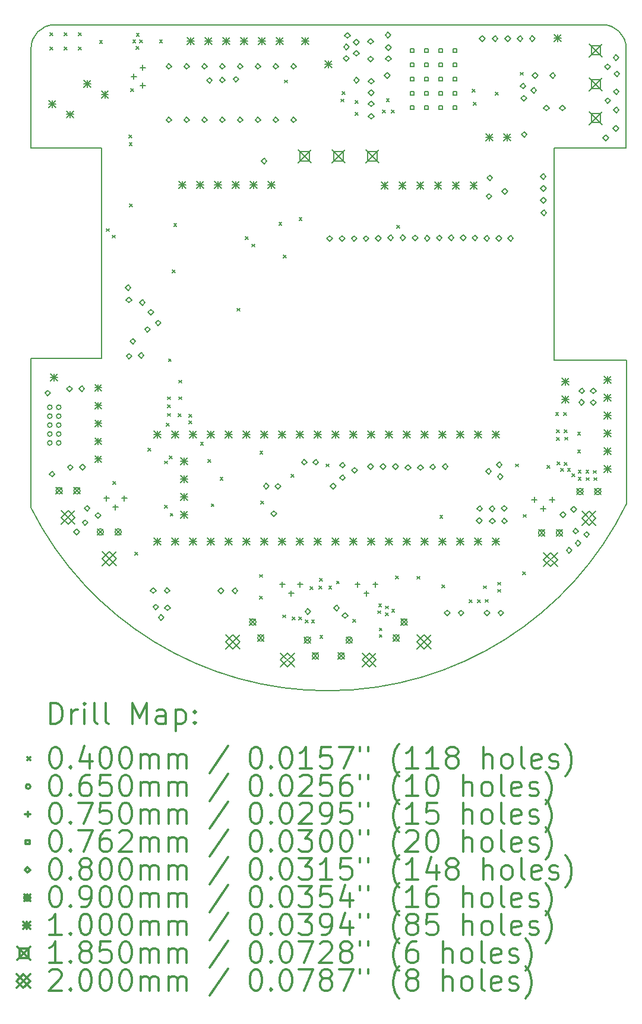
<source format=gbr>
%FSLAX45Y45*%
G04 Gerber Fmt 4.5, Leading zero omitted, Abs format (unit mm)*
G04 Created by KiCad (PCBNEW (5.1.12-1-10_14)) date 2022-11-01 19:05:08*
%MOMM*%
%LPD*%
G01*
G04 APERTURE LIST*
%TA.AperFunction,Profile*%
%ADD10C,0.150000*%
%TD*%
%ADD11C,0.200000*%
%ADD12C,0.300000*%
G04 APERTURE END LIST*
D10*
X20257081Y-12288047D02*
X20256246Y-10241280D01*
X11766296Y-12347702D02*
X11765280Y-10215880D01*
X11766742Y-5803646D02*
G75*
G02*
X12097258Y-5465318I337120J1270D01*
G01*
X19915632Y-5464789D02*
G75*
G02*
X20252182Y-5798058I-508J-337079D01*
G01*
X11767820Y-7221220D02*
X11766804Y-5803646D01*
X20251420Y-7221220D02*
X20252182Y-5798058D01*
X11767820Y-7221220D02*
X12771120Y-7221220D01*
X19222720Y-7221220D02*
X20251420Y-7221220D01*
X20256246Y-10241280D02*
X19222720Y-10241280D01*
X11765280Y-10215880D02*
X12771120Y-10215880D01*
X20257080Y-12288047D02*
G75*
G02*
X11766296Y-12347702I-4260160J2072167D01*
G01*
X19222720Y-7221220D02*
X19222720Y-10241280D01*
X12097258Y-5465318D02*
X19915632Y-5464556D01*
X12771120Y-10215880D02*
X12771120Y-7221220D01*
D11*
X12039920Y-5577260D02*
X12079920Y-5617260D01*
X12079920Y-5577260D02*
X12039920Y-5617260D01*
X12039920Y-5783900D02*
X12079920Y-5823900D01*
X12079920Y-5783900D02*
X12039920Y-5823900D01*
X12238040Y-5781360D02*
X12278040Y-5821360D01*
X12278040Y-5781360D02*
X12238040Y-5821360D01*
X12243120Y-5577260D02*
X12283120Y-5617260D01*
X12283120Y-5577260D02*
X12243120Y-5617260D01*
X12443780Y-5781360D02*
X12483780Y-5821360D01*
X12483780Y-5781360D02*
X12443780Y-5821360D01*
X12446320Y-5577260D02*
X12486320Y-5617260D01*
X12486320Y-5577260D02*
X12446320Y-5617260D01*
X12744760Y-5687380D02*
X12784760Y-5727380D01*
X12784760Y-5687380D02*
X12744760Y-5727380D01*
X12842560Y-8369620D02*
X12882560Y-8409620D01*
X12882560Y-8369620D02*
X12842560Y-8409620D01*
X12928920Y-8463600D02*
X12968920Y-8503600D01*
X12968920Y-8463600D02*
X12928920Y-8503600D01*
X12936600Y-11971340D02*
X12976600Y-12011340D01*
X12976600Y-11971340D02*
X12936600Y-12011340D01*
X13162600Y-7036120D02*
X13202600Y-7076120D01*
X13202600Y-7036120D02*
X13162600Y-7076120D01*
X13167680Y-7145340D02*
X13207680Y-7185340D01*
X13207680Y-7145340D02*
X13167680Y-7185340D01*
X13170220Y-8016560D02*
X13210220Y-8056560D01*
X13210220Y-8016560D02*
X13170220Y-8056560D01*
X13190540Y-6378260D02*
X13230540Y-6418260D01*
X13230540Y-6378260D02*
X13190540Y-6418260D01*
X13218480Y-5679760D02*
X13258480Y-5719760D01*
X13258480Y-5679760D02*
X13218480Y-5719760D01*
X13246420Y-12979780D02*
X13286420Y-13019780D01*
X13286420Y-12979780D02*
X13246420Y-13019780D01*
X13264200Y-5773740D02*
X13304200Y-5813740D01*
X13304200Y-5773740D02*
X13264200Y-5813740D01*
X13269280Y-5588320D02*
X13309280Y-5628320D01*
X13309280Y-5588320D02*
X13269280Y-5628320D01*
X13317540Y-5682300D02*
X13357540Y-5722300D01*
X13357540Y-5682300D02*
X13317540Y-5722300D01*
X13431840Y-11496360D02*
X13471840Y-11536360D01*
X13471840Y-11496360D02*
X13431840Y-11536360D01*
X13599480Y-5682300D02*
X13639480Y-5722300D01*
X13639480Y-5682300D02*
X13599480Y-5722300D01*
X13668060Y-12311700D02*
X13708060Y-12351700D01*
X13708060Y-12311700D02*
X13668060Y-12351700D01*
X13673140Y-11679240D02*
X13713140Y-11719240D01*
X13713140Y-11679240D02*
X13673140Y-11719240D01*
X13698540Y-11143300D02*
X13738540Y-11183300D01*
X13738540Y-11143300D02*
X13698540Y-11183300D01*
X13711240Y-10879140D02*
X13751240Y-10919140D01*
X13751240Y-10879140D02*
X13711240Y-10919140D01*
X13716320Y-10764840D02*
X13756320Y-10804840D01*
X13756320Y-10764840D02*
X13716320Y-10804840D01*
X13716320Y-11003600D02*
X13756320Y-11043600D01*
X13756320Y-11003600D02*
X13716320Y-11043600D01*
X13725460Y-10223270D02*
X13765460Y-10263270D01*
X13765460Y-10223270D02*
X13725460Y-10263270D01*
X13736640Y-11610660D02*
X13776640Y-11650660D01*
X13776640Y-11610660D02*
X13736640Y-11650660D01*
X13751880Y-12426000D02*
X13791880Y-12466000D01*
X13791880Y-12426000D02*
X13751880Y-12466000D01*
X13779820Y-8958900D02*
X13819820Y-8998900D01*
X13819820Y-8958900D02*
X13779820Y-8998900D01*
X13802680Y-8298500D02*
X13842680Y-8338500D01*
X13842680Y-8298500D02*
X13802680Y-8338500D01*
X13863640Y-11008680D02*
X13903640Y-11048680D01*
X13903640Y-11008680D02*
X13863640Y-11048680D01*
X13871260Y-10764840D02*
X13911260Y-10804840D01*
X13911260Y-10764840D02*
X13871260Y-10804840D01*
X13873800Y-10528620D02*
X13913800Y-10568620D01*
X13913800Y-10528620D02*
X13873800Y-10568620D01*
X14018580Y-11107740D02*
X14058580Y-11147740D01*
X14058580Y-11107740D02*
X14018580Y-11147740D01*
X14021120Y-11016300D02*
X14061120Y-11056300D01*
X14061120Y-11016300D02*
X14021120Y-11056300D01*
X14183680Y-11415080D02*
X14223680Y-11455080D01*
X14223680Y-11415080D02*
X14183680Y-11455080D01*
X14287820Y-11661460D02*
X14327820Y-11701460D01*
X14327820Y-11661460D02*
X14287820Y-11701460D01*
X14336080Y-12288840D02*
X14376080Y-12328840D01*
X14376080Y-12288840D02*
X14336080Y-12328840D01*
X14463080Y-11912920D02*
X14503080Y-11952920D01*
X14503080Y-11912920D02*
X14463080Y-11952920D01*
X14704380Y-9505000D02*
X14744380Y-9545000D01*
X14744380Y-9505000D02*
X14704380Y-9545000D01*
X14821220Y-8483920D02*
X14861220Y-8523920D01*
X14861220Y-8483920D02*
X14821220Y-8523920D01*
X14917740Y-8590600D02*
X14957740Y-8630600D01*
X14957740Y-8590600D02*
X14917740Y-8630600D01*
X15024420Y-13297160D02*
X15064420Y-13337160D01*
X15064420Y-13297160D02*
X15024420Y-13337160D01*
X15024420Y-13607160D02*
X15064420Y-13647160D01*
X15064420Y-13607160D02*
X15024420Y-13647160D01*
X15028904Y-11538944D02*
X15068904Y-11578944D01*
X15068904Y-11538944D02*
X15028904Y-11578944D01*
X15044740Y-12250740D02*
X15084740Y-12290740D01*
X15084740Y-12250740D02*
X15044740Y-12290740D01*
X15301280Y-8278180D02*
X15341280Y-8318180D01*
X15341280Y-8278180D02*
X15301280Y-8318180D01*
X15354620Y-13873800D02*
X15394620Y-13913800D01*
X15394620Y-13873800D02*
X15354620Y-13913800D01*
X15367320Y-8748080D02*
X15407320Y-8788080D01*
X15407320Y-8748080D02*
X15367320Y-8788080D01*
X15380020Y-6253800D02*
X15420020Y-6293800D01*
X15420020Y-6253800D02*
X15380020Y-6293800D01*
X15476540Y-11869740D02*
X15516540Y-11909740D01*
X15516540Y-11869740D02*
X15476540Y-11909740D01*
X15489240Y-13904280D02*
X15529240Y-13944280D01*
X15529240Y-13904280D02*
X15489240Y-13944280D01*
X15585760Y-13904280D02*
X15625760Y-13944280D01*
X15625760Y-13904280D02*
X15585760Y-13944280D01*
X15588300Y-8212140D02*
X15628300Y-8252140D01*
X15628300Y-8212140D02*
X15588300Y-8252140D01*
X15674660Y-13944920D02*
X15714660Y-13984920D01*
X15714660Y-13944920D02*
X15674660Y-13984920D01*
X15745780Y-13472480D02*
X15785780Y-13512480D01*
X15785780Y-13472480D02*
X15745780Y-13512480D01*
X15766100Y-13944920D02*
X15806100Y-13984920D01*
X15806100Y-13944920D02*
X15766100Y-13984920D01*
X15875320Y-13462320D02*
X15915320Y-13502320D01*
X15915320Y-13462320D02*
X15875320Y-13502320D01*
X15877860Y-13350560D02*
X15917860Y-13390560D01*
X15917860Y-13350560D02*
X15877860Y-13390560D01*
X15885480Y-14163360D02*
X15925480Y-14203360D01*
X15925480Y-14163360D02*
X15885480Y-14203360D01*
X15971840Y-11722420D02*
X16011840Y-11762420D01*
X16011840Y-11722420D02*
X15971840Y-11762420D01*
X16012480Y-13462320D02*
X16052480Y-13502320D01*
X16052480Y-13462320D02*
X16012480Y-13502320D01*
X16121700Y-13391200D02*
X16161700Y-13431200D01*
X16161700Y-13391200D02*
X16121700Y-13431200D01*
X16187740Y-6523040D02*
X16227740Y-6563040D01*
X16227740Y-6523040D02*
X16187740Y-6563040D01*
X16202980Y-6416360D02*
X16242980Y-6456360D01*
X16242980Y-6416360D02*
X16202980Y-6456360D01*
X16352840Y-13934760D02*
X16392840Y-13974760D01*
X16392840Y-13934760D02*
X16352840Y-13974760D01*
X16385860Y-6545900D02*
X16425860Y-6585900D01*
X16425860Y-6545900D02*
X16385860Y-6585900D01*
X16390940Y-6713540D02*
X16430940Y-6753540D01*
X16430940Y-6713540D02*
X16390940Y-6753540D01*
X16710980Y-13812840D02*
X16750980Y-13852840D01*
X16750980Y-13812840D02*
X16710980Y-13852840D01*
X16723680Y-13718860D02*
X16763680Y-13758860D01*
X16763680Y-13718860D02*
X16723680Y-13758860D01*
X16731300Y-14059220D02*
X16771300Y-14099220D01*
X16771300Y-14059220D02*
X16731300Y-14099220D01*
X16731300Y-14153200D02*
X16771300Y-14193200D01*
X16771300Y-14153200D02*
X16731300Y-14193200D01*
X16777020Y-6683060D02*
X16817020Y-6723060D01*
X16817020Y-6683060D02*
X16777020Y-6723060D01*
X16817660Y-13746800D02*
X16857660Y-13786800D01*
X16857660Y-13746800D02*
X16817660Y-13786800D01*
X16820200Y-13845860D02*
X16860200Y-13885860D01*
X16860200Y-13845860D02*
X16820200Y-13885860D01*
X16832900Y-6517960D02*
X16872900Y-6557960D01*
X16872900Y-6517960D02*
X16832900Y-6557960D01*
X16906560Y-6683060D02*
X16946560Y-6723060D01*
X16946560Y-6683060D02*
X16906560Y-6723060D01*
X16909100Y-13792520D02*
X16949100Y-13832520D01*
X16949100Y-13792520D02*
X16909100Y-13832520D01*
X16967520Y-13320020D02*
X17007520Y-13360020D01*
X17007520Y-13320020D02*
X16967520Y-13360020D01*
X16982760Y-8323900D02*
X17022760Y-8363900D01*
X17022760Y-8323900D02*
X16982760Y-8363900D01*
X17267240Y-13322560D02*
X17307240Y-13362560D01*
X17307240Y-13322560D02*
X17267240Y-13362560D01*
X17594840Y-12453940D02*
X17634840Y-12493940D01*
X17634840Y-12453940D02*
X17594840Y-12493940D01*
X17622200Y-13447720D02*
X17662200Y-13487720D01*
X17662200Y-13447720D02*
X17622200Y-13487720D01*
X18016540Y-13655360D02*
X18056540Y-13695360D01*
X18056540Y-13655360D02*
X18016540Y-13695360D01*
X18057180Y-6383340D02*
X18097180Y-6423340D01*
X18097180Y-6383340D02*
X18057180Y-6423340D01*
X18072420Y-6568760D02*
X18112420Y-6608760D01*
X18112420Y-6568760D02*
X18072420Y-6608760D01*
X18130840Y-13655360D02*
X18170840Y-13695360D01*
X18170840Y-13655360D02*
X18130840Y-13695360D01*
X18219740Y-13457240D02*
X18259740Y-13497240D01*
X18259740Y-13457240D02*
X18219740Y-13497240D01*
X18245140Y-13652820D02*
X18285140Y-13692820D01*
X18285140Y-13652820D02*
X18245140Y-13692820D01*
X18389920Y-6426520D02*
X18429920Y-6466520D01*
X18429920Y-6426520D02*
X18389920Y-6466520D01*
X18420400Y-13406440D02*
X18460400Y-13446440D01*
X18460400Y-13406440D02*
X18420400Y-13446440D01*
X18420400Y-13508040D02*
X18460400Y-13548040D01*
X18460400Y-13508040D02*
X18420400Y-13548040D01*
X18676940Y-11722420D02*
X18716940Y-11762420D01*
X18716940Y-11722420D02*
X18676940Y-11762420D01*
X18740440Y-6142040D02*
X18780440Y-6182040D01*
X18780440Y-6142040D02*
X18740440Y-6182040D01*
X18776000Y-13261720D02*
X18816000Y-13301720D01*
X18816000Y-13261720D02*
X18776000Y-13301720D01*
X18783620Y-12441180D02*
X18823620Y-12481180D01*
X18823620Y-12441180D02*
X18783620Y-12481180D01*
X19126520Y-11744340D02*
X19166520Y-11784340D01*
X19166520Y-11744340D02*
X19126520Y-11784340D01*
X19245900Y-10990900D02*
X19285900Y-11030900D01*
X19285900Y-10990900D02*
X19245900Y-11030900D01*
X19256060Y-11234740D02*
X19296060Y-11274740D01*
X19296060Y-11234740D02*
X19256060Y-11274740D01*
X19258600Y-11343960D02*
X19298600Y-11383960D01*
X19298600Y-11343960D02*
X19258600Y-11383960D01*
X19266220Y-11694480D02*
X19306220Y-11734480D01*
X19306220Y-11694480D02*
X19266220Y-11734480D01*
X19319560Y-11783380D02*
X19359560Y-11823380D01*
X19359560Y-11783380D02*
X19319560Y-11823380D01*
X19362740Y-10990900D02*
X19402740Y-11030900D01*
X19402740Y-10990900D02*
X19362740Y-11030900D01*
X19367820Y-11699560D02*
X19407820Y-11739560D01*
X19407820Y-11699560D02*
X19367820Y-11739560D01*
X19370360Y-11234740D02*
X19410360Y-11274740D01*
X19410360Y-11234740D02*
X19370360Y-11274740D01*
X19375440Y-11341420D02*
X19415440Y-11381420D01*
X19415440Y-11341420D02*
X19375440Y-11381420D01*
X19416080Y-11785920D02*
X19456080Y-11825920D01*
X19456080Y-11785920D02*
X19416080Y-11825920D01*
X19479580Y-11859580D02*
X19519580Y-11899580D01*
X19519580Y-11859580D02*
X19479580Y-11899580D01*
X19558510Y-11267760D02*
X19598510Y-11307760D01*
X19598510Y-11267760D02*
X19558510Y-11307760D01*
X19558510Y-11521760D02*
X19598510Y-11561760D01*
X19598510Y-11521760D02*
X19558510Y-11561760D01*
X19568480Y-11811320D02*
X19608480Y-11851320D01*
X19608480Y-11811320D02*
X19568480Y-11851320D01*
X19568480Y-11912920D02*
X19608480Y-11952920D01*
X19608480Y-11912920D02*
X19568480Y-11952920D01*
X19677700Y-11811320D02*
X19717700Y-11851320D01*
X19717700Y-11811320D02*
X19677700Y-11851320D01*
X19682780Y-11918000D02*
X19722780Y-11958000D01*
X19722780Y-11918000D02*
X19682780Y-11958000D01*
X19784380Y-11816400D02*
X19824380Y-11856400D01*
X19824380Y-11816400D02*
X19784380Y-11856400D01*
X19789460Y-11918000D02*
X19829460Y-11958000D01*
X19829460Y-11918000D02*
X19789460Y-11958000D01*
X12067020Y-10914380D02*
G75*
G03*
X12067020Y-10914380I-32500J0D01*
G01*
X12067020Y-11041380D02*
G75*
G03*
X12067020Y-11041380I-32500J0D01*
G01*
X12067020Y-11168380D02*
G75*
G03*
X12067020Y-11168380I-32500J0D01*
G01*
X12067020Y-11295380D02*
G75*
G03*
X12067020Y-11295380I-32500J0D01*
G01*
X12067020Y-11422380D02*
G75*
G03*
X12067020Y-11422380I-32500J0D01*
G01*
X12194020Y-10914380D02*
G75*
G03*
X12194020Y-10914380I-32500J0D01*
G01*
X12194020Y-11041380D02*
G75*
G03*
X12194020Y-11041380I-32500J0D01*
G01*
X12194020Y-11168380D02*
G75*
G03*
X12194020Y-11168380I-32500J0D01*
G01*
X12194020Y-11295380D02*
G75*
G03*
X12194020Y-11295380I-32500J0D01*
G01*
X12194020Y-11422380D02*
G75*
G03*
X12194020Y-11422380I-32500J0D01*
G01*
X12842240Y-12174820D02*
X12842240Y-12249820D01*
X12804740Y-12212320D02*
X12879740Y-12212320D01*
X12969240Y-12301820D02*
X12969240Y-12376820D01*
X12931740Y-12339320D02*
X13006740Y-12339320D01*
X13096240Y-12174820D02*
X13096240Y-12249820D01*
X13058740Y-12212320D02*
X13133740Y-12212320D01*
X13230860Y-6165180D02*
X13230860Y-6240180D01*
X13193360Y-6202680D02*
X13268360Y-6202680D01*
X13357860Y-6038180D02*
X13357860Y-6113180D01*
X13320360Y-6075680D02*
X13395360Y-6075680D01*
X13357860Y-6292180D02*
X13357860Y-6367180D01*
X13320360Y-6329680D02*
X13395360Y-6329680D01*
X15349220Y-13401640D02*
X15349220Y-13476640D01*
X15311720Y-13439140D02*
X15386720Y-13439140D01*
X15476220Y-13528640D02*
X15476220Y-13603640D01*
X15438720Y-13566140D02*
X15513720Y-13566140D01*
X15603220Y-13401640D02*
X15603220Y-13476640D01*
X15565720Y-13439140D02*
X15640720Y-13439140D01*
X16421100Y-13401640D02*
X16421100Y-13476640D01*
X16383600Y-13439140D02*
X16458600Y-13439140D01*
X16548100Y-13528640D02*
X16548100Y-13603640D01*
X16510600Y-13566140D02*
X16585600Y-13566140D01*
X16675100Y-13401640D02*
X16675100Y-13476640D01*
X16637600Y-13439140D02*
X16712600Y-13439140D01*
X18940780Y-12195140D02*
X18940780Y-12270140D01*
X18903280Y-12232640D02*
X18978280Y-12232640D01*
X19067780Y-12322140D02*
X19067780Y-12397140D01*
X19030280Y-12359640D02*
X19105280Y-12359640D01*
X19194780Y-12195140D02*
X19194780Y-12270140D01*
X19157280Y-12232640D02*
X19232280Y-12232640D01*
X17225281Y-5861321D02*
X17225281Y-5807439D01*
X17171399Y-5807439D01*
X17171399Y-5861321D01*
X17225281Y-5861321D01*
X17225281Y-6064521D02*
X17225281Y-6010639D01*
X17171399Y-6010639D01*
X17171399Y-6064521D01*
X17225281Y-6064521D01*
X17225281Y-6267721D02*
X17225281Y-6213839D01*
X17171399Y-6213839D01*
X17171399Y-6267721D01*
X17225281Y-6267721D01*
X17225281Y-6470921D02*
X17225281Y-6417039D01*
X17171399Y-6417039D01*
X17171399Y-6470921D01*
X17225281Y-6470921D01*
X17225281Y-6674121D02*
X17225281Y-6620239D01*
X17171399Y-6620239D01*
X17171399Y-6674121D01*
X17225281Y-6674121D01*
X17428481Y-5861321D02*
X17428481Y-5807439D01*
X17374599Y-5807439D01*
X17374599Y-5861321D01*
X17428481Y-5861321D01*
X17428481Y-6064521D02*
X17428481Y-6010639D01*
X17374599Y-6010639D01*
X17374599Y-6064521D01*
X17428481Y-6064521D01*
X17428481Y-6267721D02*
X17428481Y-6213839D01*
X17374599Y-6213839D01*
X17374599Y-6267721D01*
X17428481Y-6267721D01*
X17428481Y-6470921D02*
X17428481Y-6417039D01*
X17374599Y-6417039D01*
X17374599Y-6470921D01*
X17428481Y-6470921D01*
X17428481Y-6674121D02*
X17428481Y-6620239D01*
X17374599Y-6620239D01*
X17374599Y-6674121D01*
X17428481Y-6674121D01*
X17631681Y-5861321D02*
X17631681Y-5807439D01*
X17577799Y-5807439D01*
X17577799Y-5861321D01*
X17631681Y-5861321D01*
X17631681Y-6064521D02*
X17631681Y-6010639D01*
X17577799Y-6010639D01*
X17577799Y-6064521D01*
X17631681Y-6064521D01*
X17631681Y-6267721D02*
X17631681Y-6213839D01*
X17577799Y-6213839D01*
X17577799Y-6267721D01*
X17631681Y-6267721D01*
X17631681Y-6470921D02*
X17631681Y-6417039D01*
X17577799Y-6417039D01*
X17577799Y-6470921D01*
X17631681Y-6470921D01*
X17631681Y-6674121D02*
X17631681Y-6620239D01*
X17577799Y-6620239D01*
X17577799Y-6674121D01*
X17631681Y-6674121D01*
X17834881Y-5861321D02*
X17834881Y-5807439D01*
X17780999Y-5807439D01*
X17780999Y-5861321D01*
X17834881Y-5861321D01*
X17834881Y-6064521D02*
X17834881Y-6010639D01*
X17780999Y-6010639D01*
X17780999Y-6064521D01*
X17834881Y-6064521D01*
X17834881Y-6267721D02*
X17834881Y-6213839D01*
X17780999Y-6213839D01*
X17780999Y-6267721D01*
X17834881Y-6267721D01*
X17834881Y-6470921D02*
X17834881Y-6417039D01*
X17780999Y-6417039D01*
X17780999Y-6470921D01*
X17834881Y-6470921D01*
X17834881Y-6674121D02*
X17834881Y-6620239D01*
X17780999Y-6620239D01*
X17780999Y-6674121D01*
X17834881Y-6674121D01*
X12004040Y-10753720D02*
X12044040Y-10713720D01*
X12004040Y-10673720D01*
X11964040Y-10713720D01*
X12004040Y-10753720D01*
X12067540Y-11906880D02*
X12107540Y-11866880D01*
X12067540Y-11826880D01*
X12027540Y-11866880D01*
X12067540Y-11906880D01*
X12313920Y-10692760D02*
X12353920Y-10652760D01*
X12313920Y-10612760D01*
X12273920Y-10652760D01*
X12313920Y-10692760D01*
X12326620Y-11810360D02*
X12366620Y-11770360D01*
X12326620Y-11730360D01*
X12286620Y-11770360D01*
X12326620Y-11810360D01*
X12415520Y-12729840D02*
X12455520Y-12689840D01*
X12415520Y-12649840D01*
X12375520Y-12689840D01*
X12415520Y-12729840D01*
X12489180Y-10690220D02*
X12529180Y-10650220D01*
X12489180Y-10610220D01*
X12449180Y-10650220D01*
X12489180Y-10690220D01*
X12501880Y-11807820D02*
X12541880Y-11767820D01*
X12501880Y-11727820D01*
X12461880Y-11767820D01*
X12501880Y-11807820D01*
X12537440Y-12597760D02*
X12577440Y-12557760D01*
X12537440Y-12517760D01*
X12497440Y-12557760D01*
X12537440Y-12597760D01*
X12565380Y-12394560D02*
X12605380Y-12354560D01*
X12565380Y-12314560D01*
X12525380Y-12354560D01*
X12565380Y-12394560D01*
X12720320Y-12496160D02*
X12760320Y-12456160D01*
X12720320Y-12416160D01*
X12680320Y-12456160D01*
X12720320Y-12496160D01*
X13149580Y-9250040D02*
X13189580Y-9210040D01*
X13149580Y-9170040D01*
X13109580Y-9210040D01*
X13149580Y-9250040D01*
X13162280Y-9425300D02*
X13202280Y-9385300D01*
X13162280Y-9345300D01*
X13122280Y-9385300D01*
X13162280Y-9425300D01*
X13164820Y-10227940D02*
X13204820Y-10187940D01*
X13164820Y-10147940D01*
X13124820Y-10187940D01*
X13164820Y-10227940D01*
X13218160Y-10017120D02*
X13258160Y-9977120D01*
X13218160Y-9937120D01*
X13178160Y-9977120D01*
X13218160Y-10017120D01*
X13337540Y-10217780D02*
X13377540Y-10177780D01*
X13337540Y-10137780D01*
X13297540Y-10177780D01*
X13337540Y-10217780D01*
X13352780Y-9460860D02*
X13392780Y-9420860D01*
X13352780Y-9380860D01*
X13312780Y-9420860D01*
X13352780Y-9460860D01*
X13426440Y-9846940D02*
X13466440Y-9806940D01*
X13426440Y-9766940D01*
X13386440Y-9806940D01*
X13426440Y-9846940D01*
X13474700Y-9600560D02*
X13514700Y-9560560D01*
X13474700Y-9520560D01*
X13434700Y-9560560D01*
X13474700Y-9600560D01*
X13507720Y-13565500D02*
X13547720Y-13525500D01*
X13507720Y-13485500D01*
X13467720Y-13525500D01*
X13507720Y-13565500D01*
X13545820Y-13801720D02*
X13585820Y-13761720D01*
X13545820Y-13721720D01*
X13505820Y-13761720D01*
X13545820Y-13801720D01*
X13578840Y-9752960D02*
X13618840Y-9712960D01*
X13578840Y-9672960D01*
X13538840Y-9712960D01*
X13578840Y-9752960D01*
X13622020Y-13951580D02*
X13662020Y-13911580D01*
X13622020Y-13871580D01*
X13582020Y-13911580D01*
X13622020Y-13951580D01*
X13707720Y-13565500D02*
X13747720Y-13525500D01*
X13707720Y-13485500D01*
X13667720Y-13525500D01*
X13707720Y-13565500D01*
X13713460Y-13811880D02*
X13753460Y-13771880D01*
X13713460Y-13731880D01*
X13673460Y-13771880D01*
X13713460Y-13811880D01*
X13731240Y-6097900D02*
X13771240Y-6057900D01*
X13731240Y-6017900D01*
X13691240Y-6057900D01*
X13731240Y-6097900D01*
X13731240Y-6859900D02*
X13771240Y-6819900D01*
X13731240Y-6779900D01*
X13691240Y-6819900D01*
X13731240Y-6859900D01*
X13985240Y-6097900D02*
X14025240Y-6057900D01*
X13985240Y-6017900D01*
X13945240Y-6057900D01*
X13985240Y-6097900D01*
X13985240Y-6859900D02*
X14025240Y-6819900D01*
X13985240Y-6779900D01*
X13945240Y-6819900D01*
X13985240Y-6859900D01*
X14239240Y-6097900D02*
X14279240Y-6057900D01*
X14239240Y-6017900D01*
X14199240Y-6057900D01*
X14239240Y-6097900D01*
X14239240Y-6859900D02*
X14279240Y-6819900D01*
X14239240Y-6779900D01*
X14199240Y-6819900D01*
X14239240Y-6859900D01*
X14310360Y-6298560D02*
X14350360Y-6258560D01*
X14310360Y-6218560D01*
X14270360Y-6258560D01*
X14310360Y-6298560D01*
X14475460Y-13568040D02*
X14515460Y-13528040D01*
X14475460Y-13488040D01*
X14435460Y-13528040D01*
X14475460Y-13568040D01*
X14493240Y-6097900D02*
X14533240Y-6057900D01*
X14493240Y-6017900D01*
X14453240Y-6057900D01*
X14493240Y-6097900D01*
X14493240Y-6293480D02*
X14533240Y-6253480D01*
X14493240Y-6213480D01*
X14453240Y-6253480D01*
X14493240Y-6293480D01*
X14493240Y-6859900D02*
X14533240Y-6819900D01*
X14493240Y-6779900D01*
X14453240Y-6819900D01*
X14493240Y-6859900D01*
X14675460Y-13568040D02*
X14715460Y-13528040D01*
X14675460Y-13488040D01*
X14635460Y-13528040D01*
X14675460Y-13568040D01*
X14688820Y-6283320D02*
X14728820Y-6243320D01*
X14688820Y-6203320D01*
X14648820Y-6243320D01*
X14688820Y-6283320D01*
X14747240Y-6097900D02*
X14787240Y-6057900D01*
X14747240Y-6017900D01*
X14707240Y-6057900D01*
X14747240Y-6097900D01*
X14747240Y-6859900D02*
X14787240Y-6819900D01*
X14747240Y-6779900D01*
X14707240Y-6819900D01*
X14747240Y-6859900D01*
X15001240Y-6097900D02*
X15041240Y-6057900D01*
X15001240Y-6017900D01*
X14961240Y-6057900D01*
X15001240Y-6097900D01*
X15001240Y-6859900D02*
X15041240Y-6819900D01*
X15001240Y-6779900D01*
X14961240Y-6819900D01*
X15001240Y-6859900D01*
X15090140Y-7446640D02*
X15130140Y-7406640D01*
X15090140Y-7366640D01*
X15050140Y-7406640D01*
X15090140Y-7446640D01*
X15120620Y-12079600D02*
X15160620Y-12039600D01*
X15120620Y-11999600D01*
X15080620Y-12039600D01*
X15120620Y-12079600D01*
X15227300Y-12470760D02*
X15267300Y-12430760D01*
X15227300Y-12390760D01*
X15187300Y-12430760D01*
X15227300Y-12470760D01*
X15255240Y-6097900D02*
X15295240Y-6057900D01*
X15255240Y-6017900D01*
X15215240Y-6057900D01*
X15255240Y-6097900D01*
X15255240Y-6859900D02*
X15295240Y-6819900D01*
X15255240Y-6779900D01*
X15215240Y-6819900D01*
X15255240Y-6859900D01*
X15285720Y-12082140D02*
X15325720Y-12042140D01*
X15285720Y-12002140D01*
X15245720Y-12042140D01*
X15285720Y-12082140D01*
X15509240Y-6097900D02*
X15549240Y-6057900D01*
X15509240Y-6017900D01*
X15469240Y-6057900D01*
X15509240Y-6097900D01*
X15509240Y-6859900D02*
X15549240Y-6819900D01*
X15509240Y-6779900D01*
X15469240Y-6819900D01*
X15509240Y-6859900D01*
X15661640Y-11736700D02*
X15701640Y-11696700D01*
X15661640Y-11656700D01*
X15621640Y-11696700D01*
X15661640Y-11736700D01*
X15712440Y-13865220D02*
X15752440Y-13825220D01*
X15712440Y-13785220D01*
X15672440Y-13825220D01*
X15712440Y-13865220D01*
X15826740Y-11736700D02*
X15866740Y-11696700D01*
X15826740Y-11656700D01*
X15786740Y-11696700D01*
X15826740Y-11736700D01*
X16024860Y-8551540D02*
X16064860Y-8511540D01*
X16024860Y-8471540D01*
X15984860Y-8511540D01*
X16024860Y-8551540D01*
X16075660Y-12077060D02*
X16115660Y-12037060D01*
X16075660Y-11997060D01*
X16035660Y-12037060D01*
X16075660Y-12077060D01*
X16121380Y-13814420D02*
X16161380Y-13774420D01*
X16121380Y-13734420D01*
X16081380Y-13774420D01*
X16121380Y-13814420D01*
X16200120Y-8551540D02*
X16240120Y-8511540D01*
X16200120Y-8471540D01*
X16160120Y-8511540D01*
X16200120Y-8551540D01*
X16207740Y-11779880D02*
X16247740Y-11739880D01*
X16207740Y-11699880D01*
X16167740Y-11739880D01*
X16207740Y-11779880D01*
X16207740Y-11957680D02*
X16247740Y-11917680D01*
X16207740Y-11877680D01*
X16167740Y-11917680D01*
X16207740Y-11957680D01*
X16243300Y-13921100D02*
X16283300Y-13881100D01*
X16243300Y-13841100D01*
X16203300Y-13881100D01*
X16243300Y-13921100D01*
X16261080Y-5986140D02*
X16301080Y-5946140D01*
X16261080Y-5906140D01*
X16221080Y-5946140D01*
X16261080Y-5986140D01*
X16263620Y-5823580D02*
X16303620Y-5783580D01*
X16263620Y-5743580D01*
X16223620Y-5783580D01*
X16263620Y-5823580D01*
X16276320Y-5658480D02*
X16316320Y-5618480D01*
X16276320Y-5578480D01*
X16236320Y-5618480D01*
X16276320Y-5658480D01*
X16372840Y-8551540D02*
X16412840Y-8511540D01*
X16372840Y-8471540D01*
X16332840Y-8511540D01*
X16372840Y-8551540D01*
X16377920Y-11853540D02*
X16417920Y-11813540D01*
X16377920Y-11773540D01*
X16337920Y-11813540D01*
X16377920Y-11853540D01*
X16403320Y-5912480D02*
X16443320Y-5872480D01*
X16403320Y-5832480D01*
X16363320Y-5872480D01*
X16403320Y-5912480D01*
X16405860Y-5752460D02*
X16445860Y-5712460D01*
X16405860Y-5672460D01*
X16365860Y-5712460D01*
X16405860Y-5752460D01*
X16408400Y-6297250D02*
X16448400Y-6257250D01*
X16408400Y-6217250D01*
X16368400Y-6257250D01*
X16408400Y-6297250D01*
X16543020Y-8551540D02*
X16583020Y-8511540D01*
X16543020Y-8471540D01*
X16503020Y-8511540D01*
X16543020Y-8551540D01*
X16606520Y-11797660D02*
X16646520Y-11757660D01*
X16606520Y-11717660D01*
X16566520Y-11757660D01*
X16606520Y-11797660D01*
X16609060Y-5743760D02*
X16649060Y-5703760D01*
X16609060Y-5663760D01*
X16569060Y-5703760D01*
X16609060Y-5743760D01*
X16609060Y-5993760D02*
X16649060Y-5953760D01*
X16609060Y-5913760D01*
X16569060Y-5953760D01*
X16609060Y-5993760D01*
X16615450Y-6309950D02*
X16655450Y-6269950D01*
X16615450Y-6229950D01*
X16575450Y-6269950D01*
X16615450Y-6309950D01*
X16615450Y-6472510D02*
X16655450Y-6432510D01*
X16615450Y-6392510D01*
X16575450Y-6432510D01*
X16615450Y-6472510D01*
X16615450Y-6632530D02*
X16655450Y-6592530D01*
X16615450Y-6552530D01*
X16575450Y-6592530D01*
X16615450Y-6632530D01*
X16615450Y-6810330D02*
X16655450Y-6770330D01*
X16615450Y-6730330D01*
X16575450Y-6770330D01*
X16615450Y-6810330D01*
X16718280Y-8549000D02*
X16758280Y-8509000D01*
X16718280Y-8469000D01*
X16678280Y-8509000D01*
X16718280Y-8549000D01*
X16786860Y-11800200D02*
X16826860Y-11760200D01*
X16786860Y-11720200D01*
X16746860Y-11760200D01*
X16786860Y-11800200D01*
X16846510Y-6229980D02*
X16886510Y-6189980D01*
X16846510Y-6149980D01*
X16806510Y-6189980D01*
X16846510Y-6229980D01*
X16855440Y-5653400D02*
X16895440Y-5613400D01*
X16855440Y-5573400D01*
X16815440Y-5613400D01*
X16855440Y-5653400D01*
X16863060Y-5828660D02*
X16903060Y-5788660D01*
X16863060Y-5748660D01*
X16823060Y-5788660D01*
X16863060Y-5828660D01*
X16863060Y-5988680D02*
X16903060Y-5948680D01*
X16863060Y-5908680D01*
X16823060Y-5948680D01*
X16863060Y-5988680D01*
X16893540Y-8538840D02*
X16933540Y-8498840D01*
X16893540Y-8458840D01*
X16853540Y-8498840D01*
X16893540Y-8538840D01*
X16964660Y-11800200D02*
X17004660Y-11760200D01*
X16964660Y-11720200D01*
X16924660Y-11760200D01*
X16964660Y-11800200D01*
X17068800Y-8541380D02*
X17108800Y-8501380D01*
X17068800Y-8461380D01*
X17028800Y-8501380D01*
X17068800Y-8541380D01*
X17139920Y-11812900D02*
X17179920Y-11772900D01*
X17139920Y-11732900D01*
X17099920Y-11772900D01*
X17139920Y-11812900D01*
X17241520Y-8543920D02*
X17281520Y-8503920D01*
X17241520Y-8463920D01*
X17201520Y-8503920D01*
X17241520Y-8543920D01*
X17317720Y-11812900D02*
X17357720Y-11772900D01*
X17317720Y-11732900D01*
X17277720Y-11772900D01*
X17317720Y-11812900D01*
X17414240Y-8546460D02*
X17454240Y-8506460D01*
X17414240Y-8466460D01*
X17374240Y-8506460D01*
X17414240Y-8546460D01*
X17492980Y-11805280D02*
X17532980Y-11765280D01*
X17492980Y-11725280D01*
X17452980Y-11765280D01*
X17492980Y-11805280D01*
X17586960Y-8543920D02*
X17626960Y-8503920D01*
X17586960Y-8463920D01*
X17546960Y-8503920D01*
X17586960Y-8543920D01*
X17670780Y-11800200D02*
X17710780Y-11760200D01*
X17670780Y-11720200D01*
X17630780Y-11760200D01*
X17670780Y-11800200D01*
X17698720Y-13885540D02*
X17738720Y-13845540D01*
X17698720Y-13805540D01*
X17658720Y-13845540D01*
X17698720Y-13885540D01*
X17757140Y-8541380D02*
X17797140Y-8501380D01*
X17757140Y-8461380D01*
X17717140Y-8501380D01*
X17757140Y-8541380D01*
X17898720Y-13885540D02*
X17938720Y-13845540D01*
X17898720Y-13805540D01*
X17858720Y-13845540D01*
X17898720Y-13885540D01*
X17927320Y-8538840D02*
X17967320Y-8498840D01*
X17927320Y-8458840D01*
X17887320Y-8498840D01*
X17927320Y-8538840D01*
X18094960Y-8543920D02*
X18134960Y-8503920D01*
X18094960Y-8463920D01*
X18054960Y-8503920D01*
X18094960Y-8543920D01*
X18158460Y-12569820D02*
X18198460Y-12529820D01*
X18158460Y-12489820D01*
X18118460Y-12529820D01*
X18158460Y-12569820D01*
X18163540Y-12397100D02*
X18203540Y-12357100D01*
X18163540Y-12317100D01*
X18123540Y-12357100D01*
X18163540Y-12397100D01*
X18199100Y-5704200D02*
X18239100Y-5664200D01*
X18199100Y-5624200D01*
X18159100Y-5664200D01*
X18199100Y-5704200D01*
X18265140Y-8546460D02*
X18305140Y-8506460D01*
X18265140Y-8466460D01*
X18225140Y-8506460D01*
X18265140Y-8546460D01*
X18265800Y-13885540D02*
X18305800Y-13845540D01*
X18265800Y-13805540D01*
X18225800Y-13845540D01*
X18265800Y-13885540D01*
X18290540Y-11866240D02*
X18330540Y-11826240D01*
X18290540Y-11786240D01*
X18250540Y-11826240D01*
X18290540Y-11866240D01*
X18295620Y-7949560D02*
X18335620Y-7909560D01*
X18295620Y-7869560D01*
X18255620Y-7909560D01*
X18295620Y-7949560D01*
X18305780Y-7687940D02*
X18345780Y-7647940D01*
X18305780Y-7607940D01*
X18265780Y-7647940D01*
X18305780Y-7687940D01*
X18341340Y-12399640D02*
X18381340Y-12359640D01*
X18341340Y-12319640D01*
X18301340Y-12359640D01*
X18341340Y-12399640D01*
X18343880Y-12574900D02*
X18383880Y-12534900D01*
X18343880Y-12494900D01*
X18303880Y-12534900D01*
X18343880Y-12574900D01*
X18381980Y-5701660D02*
X18421980Y-5661660D01*
X18381980Y-5621660D01*
X18341980Y-5661660D01*
X18381980Y-5701660D01*
X18435320Y-8549000D02*
X18475320Y-8509000D01*
X18435320Y-8469000D01*
X18395320Y-8509000D01*
X18435320Y-8549000D01*
X18442940Y-11772260D02*
X18482940Y-11732260D01*
X18442940Y-11692260D01*
X18402940Y-11732260D01*
X18442940Y-11772260D01*
X18455640Y-11942440D02*
X18495640Y-11902440D01*
X18455640Y-11862440D01*
X18415640Y-11902440D01*
X18455640Y-11942440D01*
X18465800Y-13885540D02*
X18505800Y-13845540D01*
X18465800Y-13805540D01*
X18425800Y-13845540D01*
X18465800Y-13885540D01*
X18514060Y-12394560D02*
X18554060Y-12354560D01*
X18514060Y-12314560D01*
X18474060Y-12354560D01*
X18514060Y-12394560D01*
X18516600Y-12574900D02*
X18556600Y-12534900D01*
X18516600Y-12494900D01*
X18476600Y-12534900D01*
X18516600Y-12574900D01*
X18521680Y-7878440D02*
X18561680Y-7838440D01*
X18521680Y-7798440D01*
X18481680Y-7838440D01*
X18521680Y-7878440D01*
X18562320Y-5701660D02*
X18602320Y-5661660D01*
X18562320Y-5621660D01*
X18522320Y-5661660D01*
X18562320Y-5701660D01*
X18602960Y-8546460D02*
X18642960Y-8506460D01*
X18602960Y-8466460D01*
X18562960Y-8506460D01*
X18602960Y-8546460D01*
X18737580Y-5701660D02*
X18777580Y-5661660D01*
X18737580Y-5621660D01*
X18697580Y-5661660D01*
X18737580Y-5701660D01*
X18780760Y-6377300D02*
X18820760Y-6337300D01*
X18780760Y-6297300D01*
X18740760Y-6337300D01*
X18780760Y-6377300D01*
X18793460Y-6552560D02*
X18833460Y-6512560D01*
X18793460Y-6472560D01*
X18753460Y-6512560D01*
X18793460Y-6552560D01*
X18798540Y-7070720D02*
X18838540Y-7030720D01*
X18798540Y-6990720D01*
X18758540Y-7030720D01*
X18798540Y-7070720D01*
X18912840Y-5701660D02*
X18952840Y-5661660D01*
X18912840Y-5621660D01*
X18872840Y-5661660D01*
X18912840Y-5701660D01*
X18933160Y-6438260D02*
X18973160Y-6398260D01*
X18933160Y-6358260D01*
X18893160Y-6398260D01*
X18933160Y-6438260D01*
X18954940Y-6227440D02*
X18994940Y-6187440D01*
X18954940Y-6147440D01*
X18914940Y-6187440D01*
X18954940Y-6227440D01*
X19067780Y-7667620D02*
X19107780Y-7627620D01*
X19067780Y-7587620D01*
X19027780Y-7627620D01*
X19067780Y-7667620D01*
X19070320Y-7837800D02*
X19110320Y-7797800D01*
X19070320Y-7757800D01*
X19030320Y-7797800D01*
X19070320Y-7837800D01*
X19070320Y-8007980D02*
X19110320Y-7967980D01*
X19070320Y-7927980D01*
X19030320Y-7967980D01*
X19070320Y-8007980D01*
X19077940Y-8183240D02*
X19117940Y-8143240D01*
X19077940Y-8103240D01*
X19037940Y-8143240D01*
X19077940Y-8183240D01*
X19112230Y-6690990D02*
X19152230Y-6650990D01*
X19112230Y-6610990D01*
X19072230Y-6650990D01*
X19112230Y-6690990D01*
X19204940Y-6227440D02*
X19244940Y-6187440D01*
X19204940Y-6147440D01*
X19164940Y-6187440D01*
X19204940Y-6227440D01*
X19343370Y-6690990D02*
X19383370Y-6650990D01*
X19343370Y-6610990D01*
X19303370Y-6650990D01*
X19343370Y-6690990D01*
X19349720Y-12486000D02*
X19389720Y-12446000D01*
X19349720Y-12406000D01*
X19309720Y-12446000D01*
X19349720Y-12486000D01*
X19438620Y-12994000D02*
X19478620Y-12954000D01*
X19438620Y-12914000D01*
X19398620Y-12954000D01*
X19438620Y-12994000D01*
X19502120Y-12409800D02*
X19542120Y-12369800D01*
X19502120Y-12329800D01*
X19462120Y-12369800D01*
X19502120Y-12409800D01*
X19532600Y-12719680D02*
X19572600Y-12679680D01*
X19532600Y-12639680D01*
X19492600Y-12679680D01*
X19532600Y-12719680D01*
X19565620Y-12889860D02*
X19605620Y-12849860D01*
X19565620Y-12809860D01*
X19525620Y-12849860D01*
X19565620Y-12889860D01*
X19616420Y-10885800D02*
X19656420Y-10845800D01*
X19616420Y-10805800D01*
X19576420Y-10845800D01*
X19616420Y-10885800D01*
X19618960Y-10720700D02*
X19658960Y-10680700D01*
X19618960Y-10640700D01*
X19578960Y-10680700D01*
X19618960Y-10720700D01*
X19687540Y-12767940D02*
X19727540Y-12727940D01*
X19687540Y-12687940D01*
X19647540Y-12727940D01*
X19687540Y-12767940D01*
X19781520Y-10720700D02*
X19821520Y-10680700D01*
X19781520Y-10640700D01*
X19741520Y-10680700D01*
X19781520Y-10720700D01*
X19781520Y-10888340D02*
X19821520Y-10848340D01*
X19781520Y-10808340D01*
X19741520Y-10848340D01*
X19781520Y-10888340D01*
X19959320Y-7118980D02*
X19999320Y-7078980D01*
X19959320Y-7038980D01*
X19919320Y-7078980D01*
X19959320Y-7118980D01*
X19987260Y-6105520D02*
X20027260Y-6065520D01*
X19987260Y-6025520D01*
X19947260Y-6065520D01*
X19987260Y-6105520D01*
X19989800Y-6588120D02*
X20029800Y-6548120D01*
X19989800Y-6508120D01*
X19949800Y-6548120D01*
X19989800Y-6588120D01*
X20104100Y-6981820D02*
X20144100Y-6941820D01*
X20104100Y-6901820D01*
X20064100Y-6941820D01*
X20104100Y-6981820D01*
X20106640Y-5973440D02*
X20146640Y-5933440D01*
X20106640Y-5893440D01*
X20066640Y-5933440D01*
X20106640Y-5973440D01*
X20109180Y-6461120D02*
X20149180Y-6421120D01*
X20109180Y-6381120D01*
X20069180Y-6421120D01*
X20109180Y-6461120D01*
X20109180Y-6720200D02*
X20149180Y-6680200D01*
X20109180Y-6640200D01*
X20069180Y-6680200D01*
X20109180Y-6720200D01*
X20119340Y-6207120D02*
X20159340Y-6167120D01*
X20119340Y-6127120D01*
X20079340Y-6167120D01*
X20119340Y-6207120D01*
X12122870Y-12058100D02*
X12212870Y-12148100D01*
X12212870Y-12058100D02*
X12122870Y-12148100D01*
X12212870Y-12103100D02*
G75*
G03*
X12212870Y-12103100I-45000J0D01*
G01*
X12376870Y-12058100D02*
X12466870Y-12148100D01*
X12466870Y-12058100D02*
X12376870Y-12148100D01*
X12466870Y-12103100D02*
G75*
G03*
X12466870Y-12103100I-45000J0D01*
G01*
X12710880Y-12647380D02*
X12800880Y-12737380D01*
X12800880Y-12647380D02*
X12710880Y-12737380D01*
X12800880Y-12692380D02*
G75*
G03*
X12800880Y-12692380I-45000J0D01*
G01*
X12964880Y-12647380D02*
X13054880Y-12737380D01*
X13054880Y-12647380D02*
X12964880Y-12737380D01*
X13054880Y-12692380D02*
G75*
G03*
X13054880Y-12692380I-45000J0D01*
G01*
X14883546Y-13928827D02*
X14973546Y-14018827D01*
X14973546Y-13928827D02*
X14883546Y-14018827D01*
X14973546Y-13973827D02*
G75*
G03*
X14973546Y-13973827I-45000J0D01*
G01*
X14996880Y-14156140D02*
X15086880Y-14246140D01*
X15086880Y-14156140D02*
X14996880Y-14246140D01*
X15086880Y-14201140D02*
G75*
G03*
X15086880Y-14201140I-45000J0D01*
G01*
X15663326Y-14185367D02*
X15753326Y-14275367D01*
X15753326Y-14185367D02*
X15663326Y-14275367D01*
X15753326Y-14230367D02*
G75*
G03*
X15753326Y-14230367I-45000J0D01*
G01*
X15776660Y-14412680D02*
X15866660Y-14502680D01*
X15866660Y-14412680D02*
X15776660Y-14502680D01*
X15866660Y-14457680D02*
G75*
G03*
X15866660Y-14457680I-45000J0D01*
G01*
X16144960Y-14412680D02*
X16234960Y-14502680D01*
X16234960Y-14412680D02*
X16144960Y-14502680D01*
X16234960Y-14457680D02*
G75*
G03*
X16234960Y-14457680I-45000J0D01*
G01*
X16258294Y-14185367D02*
X16348294Y-14275367D01*
X16348294Y-14185367D02*
X16258294Y-14275367D01*
X16348294Y-14230367D02*
G75*
G03*
X16348294Y-14230367I-45000J0D01*
G01*
X16927280Y-14156140D02*
X17017280Y-14246140D01*
X17017280Y-14156140D02*
X16927280Y-14246140D01*
X17017280Y-14201140D02*
G75*
G03*
X17017280Y-14201140I-45000J0D01*
G01*
X17040614Y-13928827D02*
X17130614Y-14018827D01*
X17130614Y-13928827D02*
X17040614Y-14018827D01*
X17130614Y-13973827D02*
G75*
G03*
X17130614Y-13973827I-45000J0D01*
G01*
X18999920Y-12660080D02*
X19089920Y-12750080D01*
X19089920Y-12660080D02*
X18999920Y-12750080D01*
X19089920Y-12705080D02*
G75*
G03*
X19089920Y-12705080I-45000J0D01*
G01*
X19253920Y-12660080D02*
X19343920Y-12750080D01*
X19343920Y-12660080D02*
X19253920Y-12750080D01*
X19343920Y-12705080D02*
G75*
G03*
X19343920Y-12705080I-45000J0D01*
G01*
X19548560Y-12070800D02*
X19638560Y-12160800D01*
X19638560Y-12070800D02*
X19548560Y-12160800D01*
X19638560Y-12115800D02*
G75*
G03*
X19638560Y-12115800I-45000J0D01*
G01*
X19802560Y-12070800D02*
X19892560Y-12160800D01*
X19892560Y-12070800D02*
X19802560Y-12160800D01*
X19892560Y-12115800D02*
G75*
G03*
X19892560Y-12115800I-45000J0D01*
G01*
X12020926Y-6543733D02*
X12120926Y-6643733D01*
X12120926Y-6543733D02*
X12020926Y-6643733D01*
X12070926Y-6543733D02*
X12070926Y-6643733D01*
X12020926Y-6593733D02*
X12120926Y-6593733D01*
X12048020Y-10440200D02*
X12148020Y-10540200D01*
X12148020Y-10440200D02*
X12048020Y-10540200D01*
X12098020Y-10440200D02*
X12098020Y-10540200D01*
X12048020Y-10490200D02*
X12148020Y-10490200D01*
X12270460Y-6692373D02*
X12370460Y-6792373D01*
X12370460Y-6692373D02*
X12270460Y-6792373D01*
X12320460Y-6692373D02*
X12320460Y-6792373D01*
X12270460Y-6742373D02*
X12370460Y-6742373D01*
X12520460Y-6259360D02*
X12620460Y-6359360D01*
X12620460Y-6259360D02*
X12520460Y-6359360D01*
X12570460Y-6259360D02*
X12570460Y-6359360D01*
X12520460Y-6309360D02*
X12620460Y-6309360D01*
X12675400Y-10587520D02*
X12775400Y-10687520D01*
X12775400Y-10587520D02*
X12675400Y-10687520D01*
X12725400Y-10587520D02*
X12725400Y-10687520D01*
X12675400Y-10637520D02*
X12775400Y-10637520D01*
X12675400Y-10841520D02*
X12775400Y-10941520D01*
X12775400Y-10841520D02*
X12675400Y-10941520D01*
X12725400Y-10841520D02*
X12725400Y-10941520D01*
X12675400Y-10891520D02*
X12775400Y-10891520D01*
X12675400Y-11095520D02*
X12775400Y-11195520D01*
X12775400Y-11095520D02*
X12675400Y-11195520D01*
X12725400Y-11095520D02*
X12725400Y-11195520D01*
X12675400Y-11145520D02*
X12775400Y-11145520D01*
X12675400Y-11349520D02*
X12775400Y-11449520D01*
X12775400Y-11349520D02*
X12675400Y-11449520D01*
X12725400Y-11349520D02*
X12725400Y-11449520D01*
X12675400Y-11399520D02*
X12775400Y-11399520D01*
X12675400Y-11603520D02*
X12775400Y-11703520D01*
X12775400Y-11603520D02*
X12675400Y-11703520D01*
X12725400Y-11603520D02*
X12725400Y-11703520D01*
X12675400Y-11653520D02*
X12775400Y-11653520D01*
X12769380Y-6411760D02*
X12869380Y-6511760D01*
X12869380Y-6411760D02*
X12769380Y-6511760D01*
X12819380Y-6411760D02*
X12819380Y-6511760D01*
X12769380Y-6461760D02*
X12869380Y-6461760D01*
X13521220Y-11253000D02*
X13621220Y-11353000D01*
X13621220Y-11253000D02*
X13521220Y-11353000D01*
X13571220Y-11253000D02*
X13571220Y-11353000D01*
X13521220Y-11303000D02*
X13621220Y-11303000D01*
X13521220Y-12777000D02*
X13621220Y-12877000D01*
X13621220Y-12777000D02*
X13521220Y-12877000D01*
X13571220Y-12777000D02*
X13571220Y-12877000D01*
X13521220Y-12827000D02*
X13621220Y-12827000D01*
X13775220Y-11253000D02*
X13875220Y-11353000D01*
X13875220Y-11253000D02*
X13775220Y-11353000D01*
X13825220Y-11253000D02*
X13825220Y-11353000D01*
X13775220Y-11303000D02*
X13875220Y-11303000D01*
X13775220Y-12777000D02*
X13875220Y-12877000D01*
X13875220Y-12777000D02*
X13775220Y-12877000D01*
X13825220Y-12777000D02*
X13825220Y-12877000D01*
X13775220Y-12827000D02*
X13875220Y-12827000D01*
X13871740Y-7697000D02*
X13971740Y-7797000D01*
X13971740Y-7697000D02*
X13871740Y-7797000D01*
X13921740Y-7697000D02*
X13921740Y-7797000D01*
X13871740Y-7747000D02*
X13971740Y-7747000D01*
X13902220Y-11634000D02*
X14002220Y-11734000D01*
X14002220Y-11634000D02*
X13902220Y-11734000D01*
X13952220Y-11634000D02*
X13952220Y-11734000D01*
X13902220Y-11684000D02*
X14002220Y-11684000D01*
X13902220Y-11888000D02*
X14002220Y-11988000D01*
X14002220Y-11888000D02*
X13902220Y-11988000D01*
X13952220Y-11888000D02*
X13952220Y-11988000D01*
X13902220Y-11938000D02*
X14002220Y-11938000D01*
X13902220Y-12142000D02*
X14002220Y-12242000D01*
X14002220Y-12142000D02*
X13902220Y-12242000D01*
X13952220Y-12142000D02*
X13952220Y-12242000D01*
X13902220Y-12192000D02*
X14002220Y-12192000D01*
X13902220Y-12396000D02*
X14002220Y-12496000D01*
X14002220Y-12396000D02*
X13902220Y-12496000D01*
X13952220Y-12396000D02*
X13952220Y-12496000D01*
X13902220Y-12446000D02*
X14002220Y-12446000D01*
X13993660Y-5649760D02*
X14093660Y-5749760D01*
X14093660Y-5649760D02*
X13993660Y-5749760D01*
X14043660Y-5649760D02*
X14043660Y-5749760D01*
X13993660Y-5699760D02*
X14093660Y-5699760D01*
X14029220Y-11253000D02*
X14129220Y-11353000D01*
X14129220Y-11253000D02*
X14029220Y-11353000D01*
X14079220Y-11253000D02*
X14079220Y-11353000D01*
X14029220Y-11303000D02*
X14129220Y-11303000D01*
X14029220Y-12777000D02*
X14129220Y-12877000D01*
X14129220Y-12777000D02*
X14029220Y-12877000D01*
X14079220Y-12777000D02*
X14079220Y-12877000D01*
X14029220Y-12827000D02*
X14129220Y-12827000D01*
X14125740Y-7697000D02*
X14225740Y-7797000D01*
X14225740Y-7697000D02*
X14125740Y-7797000D01*
X14175740Y-7697000D02*
X14175740Y-7797000D01*
X14125740Y-7747000D02*
X14225740Y-7747000D01*
X14247660Y-5649760D02*
X14347660Y-5749760D01*
X14347660Y-5649760D02*
X14247660Y-5749760D01*
X14297660Y-5649760D02*
X14297660Y-5749760D01*
X14247660Y-5699760D02*
X14347660Y-5699760D01*
X14283220Y-11253000D02*
X14383220Y-11353000D01*
X14383220Y-11253000D02*
X14283220Y-11353000D01*
X14333220Y-11253000D02*
X14333220Y-11353000D01*
X14283220Y-11303000D02*
X14383220Y-11303000D01*
X14283220Y-12777000D02*
X14383220Y-12877000D01*
X14383220Y-12777000D02*
X14283220Y-12877000D01*
X14333220Y-12777000D02*
X14333220Y-12877000D01*
X14283220Y-12827000D02*
X14383220Y-12827000D01*
X14379740Y-7697000D02*
X14479740Y-7797000D01*
X14479740Y-7697000D02*
X14379740Y-7797000D01*
X14429740Y-7697000D02*
X14429740Y-7797000D01*
X14379740Y-7747000D02*
X14479740Y-7747000D01*
X14501660Y-5649760D02*
X14601660Y-5749760D01*
X14601660Y-5649760D02*
X14501660Y-5749760D01*
X14551660Y-5649760D02*
X14551660Y-5749760D01*
X14501660Y-5699760D02*
X14601660Y-5699760D01*
X14537220Y-11253000D02*
X14637220Y-11353000D01*
X14637220Y-11253000D02*
X14537220Y-11353000D01*
X14587220Y-11253000D02*
X14587220Y-11353000D01*
X14537220Y-11303000D02*
X14637220Y-11303000D01*
X14537220Y-12777000D02*
X14637220Y-12877000D01*
X14637220Y-12777000D02*
X14537220Y-12877000D01*
X14587220Y-12777000D02*
X14587220Y-12877000D01*
X14537220Y-12827000D02*
X14637220Y-12827000D01*
X14633740Y-7697000D02*
X14733740Y-7797000D01*
X14733740Y-7697000D02*
X14633740Y-7797000D01*
X14683740Y-7697000D02*
X14683740Y-7797000D01*
X14633740Y-7747000D02*
X14733740Y-7747000D01*
X14755660Y-5649760D02*
X14855660Y-5749760D01*
X14855660Y-5649760D02*
X14755660Y-5749760D01*
X14805660Y-5649760D02*
X14805660Y-5749760D01*
X14755660Y-5699760D02*
X14855660Y-5699760D01*
X14791220Y-11253000D02*
X14891220Y-11353000D01*
X14891220Y-11253000D02*
X14791220Y-11353000D01*
X14841220Y-11253000D02*
X14841220Y-11353000D01*
X14791220Y-11303000D02*
X14891220Y-11303000D01*
X14791220Y-12777000D02*
X14891220Y-12877000D01*
X14891220Y-12777000D02*
X14791220Y-12877000D01*
X14841220Y-12777000D02*
X14841220Y-12877000D01*
X14791220Y-12827000D02*
X14891220Y-12827000D01*
X14887740Y-7697000D02*
X14987740Y-7797000D01*
X14987740Y-7697000D02*
X14887740Y-7797000D01*
X14937740Y-7697000D02*
X14937740Y-7797000D01*
X14887740Y-7747000D02*
X14987740Y-7747000D01*
X15009660Y-5649760D02*
X15109660Y-5749760D01*
X15109660Y-5649760D02*
X15009660Y-5749760D01*
X15059660Y-5649760D02*
X15059660Y-5749760D01*
X15009660Y-5699760D02*
X15109660Y-5699760D01*
X15045220Y-11253000D02*
X15145220Y-11353000D01*
X15145220Y-11253000D02*
X15045220Y-11353000D01*
X15095220Y-11253000D02*
X15095220Y-11353000D01*
X15045220Y-11303000D02*
X15145220Y-11303000D01*
X15045220Y-12777000D02*
X15145220Y-12877000D01*
X15145220Y-12777000D02*
X15045220Y-12877000D01*
X15095220Y-12777000D02*
X15095220Y-12877000D01*
X15045220Y-12827000D02*
X15145220Y-12827000D01*
X15141740Y-7697000D02*
X15241740Y-7797000D01*
X15241740Y-7697000D02*
X15141740Y-7797000D01*
X15191740Y-7697000D02*
X15191740Y-7797000D01*
X15141740Y-7747000D02*
X15241740Y-7747000D01*
X15263660Y-5649760D02*
X15363660Y-5749760D01*
X15363660Y-5649760D02*
X15263660Y-5749760D01*
X15313660Y-5649760D02*
X15313660Y-5749760D01*
X15263660Y-5699760D02*
X15363660Y-5699760D01*
X15299220Y-11253000D02*
X15399220Y-11353000D01*
X15399220Y-11253000D02*
X15299220Y-11353000D01*
X15349220Y-11253000D02*
X15349220Y-11353000D01*
X15299220Y-11303000D02*
X15399220Y-11303000D01*
X15299220Y-12777000D02*
X15399220Y-12877000D01*
X15399220Y-12777000D02*
X15299220Y-12877000D01*
X15349220Y-12777000D02*
X15349220Y-12877000D01*
X15299220Y-12827000D02*
X15399220Y-12827000D01*
X15553220Y-11253000D02*
X15653220Y-11353000D01*
X15653220Y-11253000D02*
X15553220Y-11353000D01*
X15603220Y-11253000D02*
X15603220Y-11353000D01*
X15553220Y-11303000D02*
X15653220Y-11303000D01*
X15553220Y-12777000D02*
X15653220Y-12877000D01*
X15653220Y-12777000D02*
X15553220Y-12877000D01*
X15603220Y-12777000D02*
X15603220Y-12877000D01*
X15553220Y-12827000D02*
X15653220Y-12827000D01*
X15629420Y-5647220D02*
X15729420Y-5747220D01*
X15729420Y-5647220D02*
X15629420Y-5747220D01*
X15679420Y-5647220D02*
X15679420Y-5747220D01*
X15629420Y-5697220D02*
X15729420Y-5697220D01*
X15807220Y-11253000D02*
X15907220Y-11353000D01*
X15907220Y-11253000D02*
X15807220Y-11353000D01*
X15857220Y-11253000D02*
X15857220Y-11353000D01*
X15807220Y-11303000D02*
X15907220Y-11303000D01*
X15807220Y-12777000D02*
X15907220Y-12877000D01*
X15907220Y-12777000D02*
X15807220Y-12877000D01*
X15857220Y-12777000D02*
X15857220Y-12877000D01*
X15807220Y-12827000D02*
X15907220Y-12827000D01*
X15959620Y-5979960D02*
X16059620Y-6079960D01*
X16059620Y-5979960D02*
X15959620Y-6079960D01*
X16009620Y-5979960D02*
X16009620Y-6079960D01*
X15959620Y-6029960D02*
X16059620Y-6029960D01*
X16061220Y-11253000D02*
X16161220Y-11353000D01*
X16161220Y-11253000D02*
X16061220Y-11353000D01*
X16111220Y-11253000D02*
X16111220Y-11353000D01*
X16061220Y-11303000D02*
X16161220Y-11303000D01*
X16061220Y-12777000D02*
X16161220Y-12877000D01*
X16161220Y-12777000D02*
X16061220Y-12877000D01*
X16111220Y-12777000D02*
X16111220Y-12877000D01*
X16061220Y-12827000D02*
X16161220Y-12827000D01*
X16315220Y-11253000D02*
X16415220Y-11353000D01*
X16415220Y-11253000D02*
X16315220Y-11353000D01*
X16365220Y-11253000D02*
X16365220Y-11353000D01*
X16315220Y-11303000D02*
X16415220Y-11303000D01*
X16315220Y-12777000D02*
X16415220Y-12877000D01*
X16415220Y-12777000D02*
X16315220Y-12877000D01*
X16365220Y-12777000D02*
X16365220Y-12877000D01*
X16315220Y-12827000D02*
X16415220Y-12827000D01*
X16569220Y-11253000D02*
X16669220Y-11353000D01*
X16669220Y-11253000D02*
X16569220Y-11353000D01*
X16619220Y-11253000D02*
X16619220Y-11353000D01*
X16569220Y-11303000D02*
X16669220Y-11303000D01*
X16569220Y-12777000D02*
X16669220Y-12877000D01*
X16669220Y-12777000D02*
X16569220Y-12877000D01*
X16619220Y-12777000D02*
X16619220Y-12877000D01*
X16569220Y-12827000D02*
X16669220Y-12827000D01*
X16757180Y-7707160D02*
X16857180Y-7807160D01*
X16857180Y-7707160D02*
X16757180Y-7807160D01*
X16807180Y-7707160D02*
X16807180Y-7807160D01*
X16757180Y-7757160D02*
X16857180Y-7757160D01*
X16823220Y-11253000D02*
X16923220Y-11353000D01*
X16923220Y-11253000D02*
X16823220Y-11353000D01*
X16873220Y-11253000D02*
X16873220Y-11353000D01*
X16823220Y-11303000D02*
X16923220Y-11303000D01*
X16823220Y-12777000D02*
X16923220Y-12877000D01*
X16923220Y-12777000D02*
X16823220Y-12877000D01*
X16873220Y-12777000D02*
X16873220Y-12877000D01*
X16823220Y-12827000D02*
X16923220Y-12827000D01*
X17011180Y-7707160D02*
X17111180Y-7807160D01*
X17111180Y-7707160D02*
X17011180Y-7807160D01*
X17061180Y-7707160D02*
X17061180Y-7807160D01*
X17011180Y-7757160D02*
X17111180Y-7757160D01*
X17077220Y-11253000D02*
X17177220Y-11353000D01*
X17177220Y-11253000D02*
X17077220Y-11353000D01*
X17127220Y-11253000D02*
X17127220Y-11353000D01*
X17077220Y-11303000D02*
X17177220Y-11303000D01*
X17077220Y-12777000D02*
X17177220Y-12877000D01*
X17177220Y-12777000D02*
X17077220Y-12877000D01*
X17127220Y-12777000D02*
X17127220Y-12877000D01*
X17077220Y-12827000D02*
X17177220Y-12827000D01*
X17265180Y-7707160D02*
X17365180Y-7807160D01*
X17365180Y-7707160D02*
X17265180Y-7807160D01*
X17315180Y-7707160D02*
X17315180Y-7807160D01*
X17265180Y-7757160D02*
X17365180Y-7757160D01*
X17331220Y-11253000D02*
X17431220Y-11353000D01*
X17431220Y-11253000D02*
X17331220Y-11353000D01*
X17381220Y-11253000D02*
X17381220Y-11353000D01*
X17331220Y-11303000D02*
X17431220Y-11303000D01*
X17331220Y-12777000D02*
X17431220Y-12877000D01*
X17431220Y-12777000D02*
X17331220Y-12877000D01*
X17381220Y-12777000D02*
X17381220Y-12877000D01*
X17331220Y-12827000D02*
X17431220Y-12827000D01*
X17519180Y-7707160D02*
X17619180Y-7807160D01*
X17619180Y-7707160D02*
X17519180Y-7807160D01*
X17569180Y-7707160D02*
X17569180Y-7807160D01*
X17519180Y-7757160D02*
X17619180Y-7757160D01*
X17585220Y-11253000D02*
X17685220Y-11353000D01*
X17685220Y-11253000D02*
X17585220Y-11353000D01*
X17635220Y-11253000D02*
X17635220Y-11353000D01*
X17585220Y-11303000D02*
X17685220Y-11303000D01*
X17585220Y-12777000D02*
X17685220Y-12877000D01*
X17685220Y-12777000D02*
X17585220Y-12877000D01*
X17635220Y-12777000D02*
X17635220Y-12877000D01*
X17585220Y-12827000D02*
X17685220Y-12827000D01*
X17773180Y-7707160D02*
X17873180Y-7807160D01*
X17873180Y-7707160D02*
X17773180Y-7807160D01*
X17823180Y-7707160D02*
X17823180Y-7807160D01*
X17773180Y-7757160D02*
X17873180Y-7757160D01*
X17839220Y-11253000D02*
X17939220Y-11353000D01*
X17939220Y-11253000D02*
X17839220Y-11353000D01*
X17889220Y-11253000D02*
X17889220Y-11353000D01*
X17839220Y-11303000D02*
X17939220Y-11303000D01*
X17839220Y-12777000D02*
X17939220Y-12877000D01*
X17939220Y-12777000D02*
X17839220Y-12877000D01*
X17889220Y-12777000D02*
X17889220Y-12877000D01*
X17839220Y-12827000D02*
X17939220Y-12827000D01*
X18027180Y-7707160D02*
X18127180Y-7807160D01*
X18127180Y-7707160D02*
X18027180Y-7807160D01*
X18077180Y-7707160D02*
X18077180Y-7807160D01*
X18027180Y-7757160D02*
X18127180Y-7757160D01*
X18093220Y-11253000D02*
X18193220Y-11353000D01*
X18193220Y-11253000D02*
X18093220Y-11353000D01*
X18143220Y-11253000D02*
X18143220Y-11353000D01*
X18093220Y-11303000D02*
X18193220Y-11303000D01*
X18093220Y-12777000D02*
X18193220Y-12877000D01*
X18193220Y-12777000D02*
X18093220Y-12877000D01*
X18143220Y-12777000D02*
X18143220Y-12877000D01*
X18093220Y-12827000D02*
X18193220Y-12827000D01*
X18253240Y-7016280D02*
X18353240Y-7116280D01*
X18353240Y-7016280D02*
X18253240Y-7116280D01*
X18303240Y-7016280D02*
X18303240Y-7116280D01*
X18253240Y-7066280D02*
X18353240Y-7066280D01*
X18347220Y-11253000D02*
X18447220Y-11353000D01*
X18447220Y-11253000D02*
X18347220Y-11353000D01*
X18397220Y-11253000D02*
X18397220Y-11353000D01*
X18347220Y-11303000D02*
X18447220Y-11303000D01*
X18347220Y-12777000D02*
X18447220Y-12877000D01*
X18447220Y-12777000D02*
X18347220Y-12877000D01*
X18397220Y-12777000D02*
X18397220Y-12877000D01*
X18347220Y-12827000D02*
X18447220Y-12827000D01*
X18507240Y-7016280D02*
X18607240Y-7116280D01*
X18607240Y-7016280D02*
X18507240Y-7116280D01*
X18557240Y-7016280D02*
X18557240Y-7116280D01*
X18507240Y-7066280D02*
X18607240Y-7066280D01*
X19223520Y-5606580D02*
X19323520Y-5706580D01*
X19323520Y-5606580D02*
X19223520Y-5706580D01*
X19273520Y-5606580D02*
X19273520Y-5706580D01*
X19223520Y-5656580D02*
X19323520Y-5656580D01*
X19332740Y-10496080D02*
X19432740Y-10596080D01*
X19432740Y-10496080D02*
X19332740Y-10596080D01*
X19382740Y-10496080D02*
X19382740Y-10596080D01*
X19332740Y-10546080D02*
X19432740Y-10546080D01*
X19332740Y-10750080D02*
X19432740Y-10850080D01*
X19432740Y-10750080D02*
X19332740Y-10850080D01*
X19382740Y-10750080D02*
X19382740Y-10850080D01*
X19332740Y-10800080D02*
X19432740Y-10800080D01*
X19937260Y-10475760D02*
X20037260Y-10575760D01*
X20037260Y-10475760D02*
X19937260Y-10575760D01*
X19987260Y-10475760D02*
X19987260Y-10575760D01*
X19937260Y-10525760D02*
X20037260Y-10525760D01*
X19937260Y-10729760D02*
X20037260Y-10829760D01*
X20037260Y-10729760D02*
X19937260Y-10829760D01*
X19987260Y-10729760D02*
X19987260Y-10829760D01*
X19937260Y-10779760D02*
X20037260Y-10779760D01*
X19937260Y-10983760D02*
X20037260Y-11083760D01*
X20037260Y-10983760D02*
X19937260Y-11083760D01*
X19987260Y-10983760D02*
X19987260Y-11083760D01*
X19937260Y-11033760D02*
X20037260Y-11033760D01*
X19937260Y-11237760D02*
X20037260Y-11337760D01*
X20037260Y-11237760D02*
X19937260Y-11337760D01*
X19987260Y-11237760D02*
X19987260Y-11337760D01*
X19937260Y-11287760D02*
X20037260Y-11287760D01*
X19937260Y-11491760D02*
X20037260Y-11591760D01*
X20037260Y-11491760D02*
X19937260Y-11591760D01*
X19987260Y-11491760D02*
X19987260Y-11591760D01*
X19937260Y-11541760D02*
X20037260Y-11541760D01*
X19937260Y-11745760D02*
X20037260Y-11845760D01*
X20037260Y-11745760D02*
X19937260Y-11845760D01*
X19987260Y-11745760D02*
X19987260Y-11845760D01*
X19937260Y-11795760D02*
X20037260Y-11795760D01*
X15574220Y-7248100D02*
X15759220Y-7433100D01*
X15759220Y-7248100D02*
X15574220Y-7433100D01*
X15732128Y-7406008D02*
X15732128Y-7275192D01*
X15601312Y-7275192D01*
X15601312Y-7406008D01*
X15732128Y-7406008D01*
X16056820Y-7248100D02*
X16241820Y-7433100D01*
X16241820Y-7248100D02*
X16056820Y-7433100D01*
X16214728Y-7406008D02*
X16214728Y-7275192D01*
X16083912Y-7275192D01*
X16083912Y-7406008D01*
X16214728Y-7406008D01*
X16539420Y-7248100D02*
X16724420Y-7433100D01*
X16724420Y-7248100D02*
X16539420Y-7433100D01*
X16697328Y-7406008D02*
X16697328Y-7275192D01*
X16566512Y-7275192D01*
X16566512Y-7406008D01*
X16697328Y-7406008D01*
X19727120Y-5736800D02*
X19912120Y-5921800D01*
X19912120Y-5736800D02*
X19727120Y-5921800D01*
X19885028Y-5894708D02*
X19885028Y-5763892D01*
X19754212Y-5763892D01*
X19754212Y-5894708D01*
X19885028Y-5894708D01*
X19727120Y-6219400D02*
X19912120Y-6404400D01*
X19912120Y-6219400D02*
X19727120Y-6404400D01*
X19885028Y-6377308D02*
X19885028Y-6246492D01*
X19754212Y-6246492D01*
X19754212Y-6377308D01*
X19885028Y-6377308D01*
X19727120Y-6702000D02*
X19912120Y-6887000D01*
X19912120Y-6702000D02*
X19727120Y-6887000D01*
X19885028Y-6859908D02*
X19885028Y-6729092D01*
X19754212Y-6729092D01*
X19754212Y-6859908D01*
X19885028Y-6859908D01*
X12194870Y-12384100D02*
X12394870Y-12584100D01*
X12394870Y-12384100D02*
X12194870Y-12584100D01*
X12294870Y-12584100D02*
X12394870Y-12484100D01*
X12294870Y-12384100D01*
X12194870Y-12484100D01*
X12294870Y-12584100D01*
X12782880Y-12973380D02*
X12982880Y-13173380D01*
X12982880Y-12973380D02*
X12782880Y-13173380D01*
X12882880Y-13173380D02*
X12982880Y-13073380D01*
X12882880Y-12973380D01*
X12782880Y-13073380D01*
X12882880Y-13173380D01*
X14544243Y-14157485D02*
X14744243Y-14357485D01*
X14744243Y-14157485D02*
X14544243Y-14357485D01*
X14644243Y-14357485D02*
X14744243Y-14257485D01*
X14644243Y-14157485D01*
X14544243Y-14257485D01*
X14644243Y-14357485D01*
X15324023Y-14414025D02*
X15524023Y-14614025D01*
X15524023Y-14414025D02*
X15324023Y-14614025D01*
X15424023Y-14614025D02*
X15524023Y-14514025D01*
X15424023Y-14414025D01*
X15324023Y-14514025D01*
X15424023Y-14614025D01*
X16487597Y-14414025D02*
X16687597Y-14614025D01*
X16687597Y-14414025D02*
X16487597Y-14614025D01*
X16587597Y-14614025D02*
X16687597Y-14514025D01*
X16587597Y-14414025D01*
X16487597Y-14514025D01*
X16587597Y-14614025D01*
X17269917Y-14157485D02*
X17469917Y-14357485D01*
X17469917Y-14157485D02*
X17269917Y-14357485D01*
X17369917Y-14357485D02*
X17469917Y-14257485D01*
X17369917Y-14157485D01*
X17269917Y-14257485D01*
X17369917Y-14357485D01*
X19071920Y-12986080D02*
X19271920Y-13186080D01*
X19271920Y-12986080D02*
X19071920Y-13186080D01*
X19171920Y-13186080D02*
X19271920Y-13086080D01*
X19171920Y-12986080D01*
X19071920Y-13086080D01*
X19171920Y-13186080D01*
X19620560Y-12396800D02*
X19820560Y-12596800D01*
X19820560Y-12396800D02*
X19620560Y-12596800D01*
X19720560Y-12596800D02*
X19820560Y-12496800D01*
X19720560Y-12396800D01*
X19620560Y-12496800D01*
X19720560Y-12596800D01*
D12*
X12044208Y-15426482D02*
X12044208Y-15126482D01*
X12115637Y-15126482D01*
X12158494Y-15140768D01*
X12187066Y-15169339D01*
X12201351Y-15197911D01*
X12215637Y-15255054D01*
X12215637Y-15297911D01*
X12201351Y-15355054D01*
X12187066Y-15383625D01*
X12158494Y-15412196D01*
X12115637Y-15426482D01*
X12044208Y-15426482D01*
X12344208Y-15426482D02*
X12344208Y-15226482D01*
X12344208Y-15283625D02*
X12358494Y-15255054D01*
X12372780Y-15240768D01*
X12401351Y-15226482D01*
X12429923Y-15226482D01*
X12529923Y-15426482D02*
X12529923Y-15226482D01*
X12529923Y-15126482D02*
X12515637Y-15140768D01*
X12529923Y-15155054D01*
X12544208Y-15140768D01*
X12529923Y-15126482D01*
X12529923Y-15155054D01*
X12715637Y-15426482D02*
X12687066Y-15412196D01*
X12672780Y-15383625D01*
X12672780Y-15126482D01*
X12872780Y-15426482D02*
X12844208Y-15412196D01*
X12829923Y-15383625D01*
X12829923Y-15126482D01*
X13215637Y-15426482D02*
X13215637Y-15126482D01*
X13315637Y-15340768D01*
X13415637Y-15126482D01*
X13415637Y-15426482D01*
X13687066Y-15426482D02*
X13687066Y-15269339D01*
X13672780Y-15240768D01*
X13644208Y-15226482D01*
X13587066Y-15226482D01*
X13558494Y-15240768D01*
X13687066Y-15412196D02*
X13658494Y-15426482D01*
X13587066Y-15426482D01*
X13558494Y-15412196D01*
X13544208Y-15383625D01*
X13544208Y-15355054D01*
X13558494Y-15326482D01*
X13587066Y-15312196D01*
X13658494Y-15312196D01*
X13687066Y-15297911D01*
X13829923Y-15226482D02*
X13829923Y-15526482D01*
X13829923Y-15240768D02*
X13858494Y-15226482D01*
X13915637Y-15226482D01*
X13944208Y-15240768D01*
X13958494Y-15255054D01*
X13972780Y-15283625D01*
X13972780Y-15369339D01*
X13958494Y-15397911D01*
X13944208Y-15412196D01*
X13915637Y-15426482D01*
X13858494Y-15426482D01*
X13829923Y-15412196D01*
X14101351Y-15397911D02*
X14115637Y-15412196D01*
X14101351Y-15426482D01*
X14087066Y-15412196D01*
X14101351Y-15397911D01*
X14101351Y-15426482D01*
X14101351Y-15240768D02*
X14115637Y-15255054D01*
X14101351Y-15269339D01*
X14087066Y-15255054D01*
X14101351Y-15240768D01*
X14101351Y-15269339D01*
X11717780Y-15900768D02*
X11757780Y-15940768D01*
X11757780Y-15900768D02*
X11717780Y-15940768D01*
X12101351Y-15756482D02*
X12129923Y-15756482D01*
X12158494Y-15770768D01*
X12172780Y-15785054D01*
X12187066Y-15813625D01*
X12201351Y-15870768D01*
X12201351Y-15942196D01*
X12187066Y-15999339D01*
X12172780Y-16027911D01*
X12158494Y-16042196D01*
X12129923Y-16056482D01*
X12101351Y-16056482D01*
X12072780Y-16042196D01*
X12058494Y-16027911D01*
X12044208Y-15999339D01*
X12029923Y-15942196D01*
X12029923Y-15870768D01*
X12044208Y-15813625D01*
X12058494Y-15785054D01*
X12072780Y-15770768D01*
X12101351Y-15756482D01*
X12329923Y-16027911D02*
X12344208Y-16042196D01*
X12329923Y-16056482D01*
X12315637Y-16042196D01*
X12329923Y-16027911D01*
X12329923Y-16056482D01*
X12601351Y-15856482D02*
X12601351Y-16056482D01*
X12529923Y-15742196D02*
X12458494Y-15956482D01*
X12644208Y-15956482D01*
X12815637Y-15756482D02*
X12844208Y-15756482D01*
X12872780Y-15770768D01*
X12887066Y-15785054D01*
X12901351Y-15813625D01*
X12915637Y-15870768D01*
X12915637Y-15942196D01*
X12901351Y-15999339D01*
X12887066Y-16027911D01*
X12872780Y-16042196D01*
X12844208Y-16056482D01*
X12815637Y-16056482D01*
X12787066Y-16042196D01*
X12772780Y-16027911D01*
X12758494Y-15999339D01*
X12744208Y-15942196D01*
X12744208Y-15870768D01*
X12758494Y-15813625D01*
X12772780Y-15785054D01*
X12787066Y-15770768D01*
X12815637Y-15756482D01*
X13101351Y-15756482D02*
X13129923Y-15756482D01*
X13158494Y-15770768D01*
X13172780Y-15785054D01*
X13187066Y-15813625D01*
X13201351Y-15870768D01*
X13201351Y-15942196D01*
X13187066Y-15999339D01*
X13172780Y-16027911D01*
X13158494Y-16042196D01*
X13129923Y-16056482D01*
X13101351Y-16056482D01*
X13072780Y-16042196D01*
X13058494Y-16027911D01*
X13044208Y-15999339D01*
X13029923Y-15942196D01*
X13029923Y-15870768D01*
X13044208Y-15813625D01*
X13058494Y-15785054D01*
X13072780Y-15770768D01*
X13101351Y-15756482D01*
X13329923Y-16056482D02*
X13329923Y-15856482D01*
X13329923Y-15885054D02*
X13344208Y-15870768D01*
X13372780Y-15856482D01*
X13415637Y-15856482D01*
X13444208Y-15870768D01*
X13458494Y-15899339D01*
X13458494Y-16056482D01*
X13458494Y-15899339D02*
X13472780Y-15870768D01*
X13501351Y-15856482D01*
X13544208Y-15856482D01*
X13572780Y-15870768D01*
X13587066Y-15899339D01*
X13587066Y-16056482D01*
X13729923Y-16056482D02*
X13729923Y-15856482D01*
X13729923Y-15885054D02*
X13744208Y-15870768D01*
X13772780Y-15856482D01*
X13815637Y-15856482D01*
X13844208Y-15870768D01*
X13858494Y-15899339D01*
X13858494Y-16056482D01*
X13858494Y-15899339D02*
X13872780Y-15870768D01*
X13901351Y-15856482D01*
X13944208Y-15856482D01*
X13972780Y-15870768D01*
X13987066Y-15899339D01*
X13987066Y-16056482D01*
X14572780Y-15742196D02*
X14315637Y-16127911D01*
X14958494Y-15756482D02*
X14987066Y-15756482D01*
X15015637Y-15770768D01*
X15029923Y-15785054D01*
X15044208Y-15813625D01*
X15058494Y-15870768D01*
X15058494Y-15942196D01*
X15044208Y-15999339D01*
X15029923Y-16027911D01*
X15015637Y-16042196D01*
X14987066Y-16056482D01*
X14958494Y-16056482D01*
X14929923Y-16042196D01*
X14915637Y-16027911D01*
X14901351Y-15999339D01*
X14887066Y-15942196D01*
X14887066Y-15870768D01*
X14901351Y-15813625D01*
X14915637Y-15785054D01*
X14929923Y-15770768D01*
X14958494Y-15756482D01*
X15187066Y-16027911D02*
X15201351Y-16042196D01*
X15187066Y-16056482D01*
X15172780Y-16042196D01*
X15187066Y-16027911D01*
X15187066Y-16056482D01*
X15387066Y-15756482D02*
X15415637Y-15756482D01*
X15444208Y-15770768D01*
X15458494Y-15785054D01*
X15472780Y-15813625D01*
X15487066Y-15870768D01*
X15487066Y-15942196D01*
X15472780Y-15999339D01*
X15458494Y-16027911D01*
X15444208Y-16042196D01*
X15415637Y-16056482D01*
X15387066Y-16056482D01*
X15358494Y-16042196D01*
X15344208Y-16027911D01*
X15329923Y-15999339D01*
X15315637Y-15942196D01*
X15315637Y-15870768D01*
X15329923Y-15813625D01*
X15344208Y-15785054D01*
X15358494Y-15770768D01*
X15387066Y-15756482D01*
X15772780Y-16056482D02*
X15601351Y-16056482D01*
X15687066Y-16056482D02*
X15687066Y-15756482D01*
X15658494Y-15799339D01*
X15629923Y-15827911D01*
X15601351Y-15842196D01*
X16044208Y-15756482D02*
X15901351Y-15756482D01*
X15887066Y-15899339D01*
X15901351Y-15885054D01*
X15929923Y-15870768D01*
X16001351Y-15870768D01*
X16029923Y-15885054D01*
X16044208Y-15899339D01*
X16058494Y-15927911D01*
X16058494Y-15999339D01*
X16044208Y-16027911D01*
X16029923Y-16042196D01*
X16001351Y-16056482D01*
X15929923Y-16056482D01*
X15901351Y-16042196D01*
X15887066Y-16027911D01*
X16158494Y-15756482D02*
X16358494Y-15756482D01*
X16229923Y-16056482D01*
X16458494Y-15756482D02*
X16458494Y-15813625D01*
X16572780Y-15756482D02*
X16572780Y-15813625D01*
X17015637Y-16170768D02*
X17001351Y-16156482D01*
X16972780Y-16113625D01*
X16958494Y-16085054D01*
X16944208Y-16042196D01*
X16929923Y-15970768D01*
X16929923Y-15913625D01*
X16944208Y-15842196D01*
X16958494Y-15799339D01*
X16972780Y-15770768D01*
X17001351Y-15727911D01*
X17015637Y-15713625D01*
X17287066Y-16056482D02*
X17115637Y-16056482D01*
X17201351Y-16056482D02*
X17201351Y-15756482D01*
X17172780Y-15799339D01*
X17144208Y-15827911D01*
X17115637Y-15842196D01*
X17572780Y-16056482D02*
X17401351Y-16056482D01*
X17487066Y-16056482D02*
X17487066Y-15756482D01*
X17458494Y-15799339D01*
X17429923Y-15827911D01*
X17401351Y-15842196D01*
X17744208Y-15885054D02*
X17715637Y-15870768D01*
X17701351Y-15856482D01*
X17687066Y-15827911D01*
X17687066Y-15813625D01*
X17701351Y-15785054D01*
X17715637Y-15770768D01*
X17744208Y-15756482D01*
X17801351Y-15756482D01*
X17829923Y-15770768D01*
X17844208Y-15785054D01*
X17858494Y-15813625D01*
X17858494Y-15827911D01*
X17844208Y-15856482D01*
X17829923Y-15870768D01*
X17801351Y-15885054D01*
X17744208Y-15885054D01*
X17715637Y-15899339D01*
X17701351Y-15913625D01*
X17687066Y-15942196D01*
X17687066Y-15999339D01*
X17701351Y-16027911D01*
X17715637Y-16042196D01*
X17744208Y-16056482D01*
X17801351Y-16056482D01*
X17829923Y-16042196D01*
X17844208Y-16027911D01*
X17858494Y-15999339D01*
X17858494Y-15942196D01*
X17844208Y-15913625D01*
X17829923Y-15899339D01*
X17801351Y-15885054D01*
X18215637Y-16056482D02*
X18215637Y-15756482D01*
X18344208Y-16056482D02*
X18344208Y-15899339D01*
X18329923Y-15870768D01*
X18301351Y-15856482D01*
X18258494Y-15856482D01*
X18229923Y-15870768D01*
X18215637Y-15885054D01*
X18529923Y-16056482D02*
X18501351Y-16042196D01*
X18487066Y-16027911D01*
X18472780Y-15999339D01*
X18472780Y-15913625D01*
X18487066Y-15885054D01*
X18501351Y-15870768D01*
X18529923Y-15856482D01*
X18572780Y-15856482D01*
X18601351Y-15870768D01*
X18615637Y-15885054D01*
X18629923Y-15913625D01*
X18629923Y-15999339D01*
X18615637Y-16027911D01*
X18601351Y-16042196D01*
X18572780Y-16056482D01*
X18529923Y-16056482D01*
X18801351Y-16056482D02*
X18772780Y-16042196D01*
X18758494Y-16013625D01*
X18758494Y-15756482D01*
X19029923Y-16042196D02*
X19001351Y-16056482D01*
X18944208Y-16056482D01*
X18915637Y-16042196D01*
X18901351Y-16013625D01*
X18901351Y-15899339D01*
X18915637Y-15870768D01*
X18944208Y-15856482D01*
X19001351Y-15856482D01*
X19029923Y-15870768D01*
X19044208Y-15899339D01*
X19044208Y-15927911D01*
X18901351Y-15956482D01*
X19158494Y-16042196D02*
X19187066Y-16056482D01*
X19244208Y-16056482D01*
X19272780Y-16042196D01*
X19287066Y-16013625D01*
X19287066Y-15999339D01*
X19272780Y-15970768D01*
X19244208Y-15956482D01*
X19201351Y-15956482D01*
X19172780Y-15942196D01*
X19158494Y-15913625D01*
X19158494Y-15899339D01*
X19172780Y-15870768D01*
X19201351Y-15856482D01*
X19244208Y-15856482D01*
X19272780Y-15870768D01*
X19387066Y-16170768D02*
X19401351Y-16156482D01*
X19429923Y-16113625D01*
X19444208Y-16085054D01*
X19458494Y-16042196D01*
X19472780Y-15970768D01*
X19472780Y-15913625D01*
X19458494Y-15842196D01*
X19444208Y-15799339D01*
X19429923Y-15770768D01*
X19401351Y-15727911D01*
X19387066Y-15713625D01*
X11757780Y-16316768D02*
G75*
G03*
X11757780Y-16316768I-32500J0D01*
G01*
X12101351Y-16152482D02*
X12129923Y-16152482D01*
X12158494Y-16166768D01*
X12172780Y-16181054D01*
X12187066Y-16209625D01*
X12201351Y-16266768D01*
X12201351Y-16338196D01*
X12187066Y-16395339D01*
X12172780Y-16423911D01*
X12158494Y-16438196D01*
X12129923Y-16452482D01*
X12101351Y-16452482D01*
X12072780Y-16438196D01*
X12058494Y-16423911D01*
X12044208Y-16395339D01*
X12029923Y-16338196D01*
X12029923Y-16266768D01*
X12044208Y-16209625D01*
X12058494Y-16181054D01*
X12072780Y-16166768D01*
X12101351Y-16152482D01*
X12329923Y-16423911D02*
X12344208Y-16438196D01*
X12329923Y-16452482D01*
X12315637Y-16438196D01*
X12329923Y-16423911D01*
X12329923Y-16452482D01*
X12601351Y-16152482D02*
X12544208Y-16152482D01*
X12515637Y-16166768D01*
X12501351Y-16181054D01*
X12472780Y-16223911D01*
X12458494Y-16281054D01*
X12458494Y-16395339D01*
X12472780Y-16423911D01*
X12487066Y-16438196D01*
X12515637Y-16452482D01*
X12572780Y-16452482D01*
X12601351Y-16438196D01*
X12615637Y-16423911D01*
X12629923Y-16395339D01*
X12629923Y-16323911D01*
X12615637Y-16295339D01*
X12601351Y-16281054D01*
X12572780Y-16266768D01*
X12515637Y-16266768D01*
X12487066Y-16281054D01*
X12472780Y-16295339D01*
X12458494Y-16323911D01*
X12901351Y-16152482D02*
X12758494Y-16152482D01*
X12744208Y-16295339D01*
X12758494Y-16281054D01*
X12787066Y-16266768D01*
X12858494Y-16266768D01*
X12887066Y-16281054D01*
X12901351Y-16295339D01*
X12915637Y-16323911D01*
X12915637Y-16395339D01*
X12901351Y-16423911D01*
X12887066Y-16438196D01*
X12858494Y-16452482D01*
X12787066Y-16452482D01*
X12758494Y-16438196D01*
X12744208Y-16423911D01*
X13101351Y-16152482D02*
X13129923Y-16152482D01*
X13158494Y-16166768D01*
X13172780Y-16181054D01*
X13187066Y-16209625D01*
X13201351Y-16266768D01*
X13201351Y-16338196D01*
X13187066Y-16395339D01*
X13172780Y-16423911D01*
X13158494Y-16438196D01*
X13129923Y-16452482D01*
X13101351Y-16452482D01*
X13072780Y-16438196D01*
X13058494Y-16423911D01*
X13044208Y-16395339D01*
X13029923Y-16338196D01*
X13029923Y-16266768D01*
X13044208Y-16209625D01*
X13058494Y-16181054D01*
X13072780Y-16166768D01*
X13101351Y-16152482D01*
X13329923Y-16452482D02*
X13329923Y-16252482D01*
X13329923Y-16281054D02*
X13344208Y-16266768D01*
X13372780Y-16252482D01*
X13415637Y-16252482D01*
X13444208Y-16266768D01*
X13458494Y-16295339D01*
X13458494Y-16452482D01*
X13458494Y-16295339D02*
X13472780Y-16266768D01*
X13501351Y-16252482D01*
X13544208Y-16252482D01*
X13572780Y-16266768D01*
X13587066Y-16295339D01*
X13587066Y-16452482D01*
X13729923Y-16452482D02*
X13729923Y-16252482D01*
X13729923Y-16281054D02*
X13744208Y-16266768D01*
X13772780Y-16252482D01*
X13815637Y-16252482D01*
X13844208Y-16266768D01*
X13858494Y-16295339D01*
X13858494Y-16452482D01*
X13858494Y-16295339D02*
X13872780Y-16266768D01*
X13901351Y-16252482D01*
X13944208Y-16252482D01*
X13972780Y-16266768D01*
X13987066Y-16295339D01*
X13987066Y-16452482D01*
X14572780Y-16138196D02*
X14315637Y-16523911D01*
X14958494Y-16152482D02*
X14987066Y-16152482D01*
X15015637Y-16166768D01*
X15029923Y-16181054D01*
X15044208Y-16209625D01*
X15058494Y-16266768D01*
X15058494Y-16338196D01*
X15044208Y-16395339D01*
X15029923Y-16423911D01*
X15015637Y-16438196D01*
X14987066Y-16452482D01*
X14958494Y-16452482D01*
X14929923Y-16438196D01*
X14915637Y-16423911D01*
X14901351Y-16395339D01*
X14887066Y-16338196D01*
X14887066Y-16266768D01*
X14901351Y-16209625D01*
X14915637Y-16181054D01*
X14929923Y-16166768D01*
X14958494Y-16152482D01*
X15187066Y-16423911D02*
X15201351Y-16438196D01*
X15187066Y-16452482D01*
X15172780Y-16438196D01*
X15187066Y-16423911D01*
X15187066Y-16452482D01*
X15387066Y-16152482D02*
X15415637Y-16152482D01*
X15444208Y-16166768D01*
X15458494Y-16181054D01*
X15472780Y-16209625D01*
X15487066Y-16266768D01*
X15487066Y-16338196D01*
X15472780Y-16395339D01*
X15458494Y-16423911D01*
X15444208Y-16438196D01*
X15415637Y-16452482D01*
X15387066Y-16452482D01*
X15358494Y-16438196D01*
X15344208Y-16423911D01*
X15329923Y-16395339D01*
X15315637Y-16338196D01*
X15315637Y-16266768D01*
X15329923Y-16209625D01*
X15344208Y-16181054D01*
X15358494Y-16166768D01*
X15387066Y-16152482D01*
X15601351Y-16181054D02*
X15615637Y-16166768D01*
X15644208Y-16152482D01*
X15715637Y-16152482D01*
X15744208Y-16166768D01*
X15758494Y-16181054D01*
X15772780Y-16209625D01*
X15772780Y-16238196D01*
X15758494Y-16281054D01*
X15587066Y-16452482D01*
X15772780Y-16452482D01*
X16044208Y-16152482D02*
X15901351Y-16152482D01*
X15887066Y-16295339D01*
X15901351Y-16281054D01*
X15929923Y-16266768D01*
X16001351Y-16266768D01*
X16029923Y-16281054D01*
X16044208Y-16295339D01*
X16058494Y-16323911D01*
X16058494Y-16395339D01*
X16044208Y-16423911D01*
X16029923Y-16438196D01*
X16001351Y-16452482D01*
X15929923Y-16452482D01*
X15901351Y-16438196D01*
X15887066Y-16423911D01*
X16315637Y-16152482D02*
X16258494Y-16152482D01*
X16229923Y-16166768D01*
X16215637Y-16181054D01*
X16187066Y-16223911D01*
X16172780Y-16281054D01*
X16172780Y-16395339D01*
X16187066Y-16423911D01*
X16201351Y-16438196D01*
X16229923Y-16452482D01*
X16287066Y-16452482D01*
X16315637Y-16438196D01*
X16329923Y-16423911D01*
X16344208Y-16395339D01*
X16344208Y-16323911D01*
X16329923Y-16295339D01*
X16315637Y-16281054D01*
X16287066Y-16266768D01*
X16229923Y-16266768D01*
X16201351Y-16281054D01*
X16187066Y-16295339D01*
X16172780Y-16323911D01*
X16458494Y-16152482D02*
X16458494Y-16209625D01*
X16572780Y-16152482D02*
X16572780Y-16209625D01*
X17015637Y-16566768D02*
X17001351Y-16552482D01*
X16972780Y-16509625D01*
X16958494Y-16481054D01*
X16944208Y-16438196D01*
X16929923Y-16366768D01*
X16929923Y-16309625D01*
X16944208Y-16238196D01*
X16958494Y-16195339D01*
X16972780Y-16166768D01*
X17001351Y-16123911D01*
X17015637Y-16109625D01*
X17287066Y-16452482D02*
X17115637Y-16452482D01*
X17201351Y-16452482D02*
X17201351Y-16152482D01*
X17172780Y-16195339D01*
X17144208Y-16223911D01*
X17115637Y-16238196D01*
X17472780Y-16152482D02*
X17501351Y-16152482D01*
X17529923Y-16166768D01*
X17544208Y-16181054D01*
X17558494Y-16209625D01*
X17572780Y-16266768D01*
X17572780Y-16338196D01*
X17558494Y-16395339D01*
X17544208Y-16423911D01*
X17529923Y-16438196D01*
X17501351Y-16452482D01*
X17472780Y-16452482D01*
X17444208Y-16438196D01*
X17429923Y-16423911D01*
X17415637Y-16395339D01*
X17401351Y-16338196D01*
X17401351Y-16266768D01*
X17415637Y-16209625D01*
X17429923Y-16181054D01*
X17444208Y-16166768D01*
X17472780Y-16152482D01*
X17929923Y-16452482D02*
X17929923Y-16152482D01*
X18058494Y-16452482D02*
X18058494Y-16295339D01*
X18044208Y-16266768D01*
X18015637Y-16252482D01*
X17972780Y-16252482D01*
X17944208Y-16266768D01*
X17929923Y-16281054D01*
X18244208Y-16452482D02*
X18215637Y-16438196D01*
X18201351Y-16423911D01*
X18187066Y-16395339D01*
X18187066Y-16309625D01*
X18201351Y-16281054D01*
X18215637Y-16266768D01*
X18244208Y-16252482D01*
X18287066Y-16252482D01*
X18315637Y-16266768D01*
X18329923Y-16281054D01*
X18344208Y-16309625D01*
X18344208Y-16395339D01*
X18329923Y-16423911D01*
X18315637Y-16438196D01*
X18287066Y-16452482D01*
X18244208Y-16452482D01*
X18515637Y-16452482D02*
X18487066Y-16438196D01*
X18472780Y-16409625D01*
X18472780Y-16152482D01*
X18744208Y-16438196D02*
X18715637Y-16452482D01*
X18658494Y-16452482D01*
X18629923Y-16438196D01*
X18615637Y-16409625D01*
X18615637Y-16295339D01*
X18629923Y-16266768D01*
X18658494Y-16252482D01*
X18715637Y-16252482D01*
X18744208Y-16266768D01*
X18758494Y-16295339D01*
X18758494Y-16323911D01*
X18615637Y-16352482D01*
X18872780Y-16438196D02*
X18901351Y-16452482D01*
X18958494Y-16452482D01*
X18987066Y-16438196D01*
X19001351Y-16409625D01*
X19001351Y-16395339D01*
X18987066Y-16366768D01*
X18958494Y-16352482D01*
X18915637Y-16352482D01*
X18887066Y-16338196D01*
X18872780Y-16309625D01*
X18872780Y-16295339D01*
X18887066Y-16266768D01*
X18915637Y-16252482D01*
X18958494Y-16252482D01*
X18987066Y-16266768D01*
X19101351Y-16566768D02*
X19115637Y-16552482D01*
X19144208Y-16509625D01*
X19158494Y-16481054D01*
X19172780Y-16438196D01*
X19187066Y-16366768D01*
X19187066Y-16309625D01*
X19172780Y-16238196D01*
X19158494Y-16195339D01*
X19144208Y-16166768D01*
X19115637Y-16123911D01*
X19101351Y-16109625D01*
X11720280Y-16675268D02*
X11720280Y-16750268D01*
X11682780Y-16712768D02*
X11757780Y-16712768D01*
X12101351Y-16548482D02*
X12129923Y-16548482D01*
X12158494Y-16562768D01*
X12172780Y-16577054D01*
X12187066Y-16605625D01*
X12201351Y-16662768D01*
X12201351Y-16734196D01*
X12187066Y-16791339D01*
X12172780Y-16819911D01*
X12158494Y-16834197D01*
X12129923Y-16848482D01*
X12101351Y-16848482D01*
X12072780Y-16834197D01*
X12058494Y-16819911D01*
X12044208Y-16791339D01*
X12029923Y-16734196D01*
X12029923Y-16662768D01*
X12044208Y-16605625D01*
X12058494Y-16577054D01*
X12072780Y-16562768D01*
X12101351Y-16548482D01*
X12329923Y-16819911D02*
X12344208Y-16834197D01*
X12329923Y-16848482D01*
X12315637Y-16834197D01*
X12329923Y-16819911D01*
X12329923Y-16848482D01*
X12444208Y-16548482D02*
X12644208Y-16548482D01*
X12515637Y-16848482D01*
X12901351Y-16548482D02*
X12758494Y-16548482D01*
X12744208Y-16691339D01*
X12758494Y-16677054D01*
X12787066Y-16662768D01*
X12858494Y-16662768D01*
X12887066Y-16677054D01*
X12901351Y-16691339D01*
X12915637Y-16719911D01*
X12915637Y-16791339D01*
X12901351Y-16819911D01*
X12887066Y-16834197D01*
X12858494Y-16848482D01*
X12787066Y-16848482D01*
X12758494Y-16834197D01*
X12744208Y-16819911D01*
X13101351Y-16548482D02*
X13129923Y-16548482D01*
X13158494Y-16562768D01*
X13172780Y-16577054D01*
X13187066Y-16605625D01*
X13201351Y-16662768D01*
X13201351Y-16734196D01*
X13187066Y-16791339D01*
X13172780Y-16819911D01*
X13158494Y-16834197D01*
X13129923Y-16848482D01*
X13101351Y-16848482D01*
X13072780Y-16834197D01*
X13058494Y-16819911D01*
X13044208Y-16791339D01*
X13029923Y-16734196D01*
X13029923Y-16662768D01*
X13044208Y-16605625D01*
X13058494Y-16577054D01*
X13072780Y-16562768D01*
X13101351Y-16548482D01*
X13329923Y-16848482D02*
X13329923Y-16648482D01*
X13329923Y-16677054D02*
X13344208Y-16662768D01*
X13372780Y-16648482D01*
X13415637Y-16648482D01*
X13444208Y-16662768D01*
X13458494Y-16691339D01*
X13458494Y-16848482D01*
X13458494Y-16691339D02*
X13472780Y-16662768D01*
X13501351Y-16648482D01*
X13544208Y-16648482D01*
X13572780Y-16662768D01*
X13587066Y-16691339D01*
X13587066Y-16848482D01*
X13729923Y-16848482D02*
X13729923Y-16648482D01*
X13729923Y-16677054D02*
X13744208Y-16662768D01*
X13772780Y-16648482D01*
X13815637Y-16648482D01*
X13844208Y-16662768D01*
X13858494Y-16691339D01*
X13858494Y-16848482D01*
X13858494Y-16691339D02*
X13872780Y-16662768D01*
X13901351Y-16648482D01*
X13944208Y-16648482D01*
X13972780Y-16662768D01*
X13987066Y-16691339D01*
X13987066Y-16848482D01*
X14572780Y-16534196D02*
X14315637Y-16919911D01*
X14958494Y-16548482D02*
X14987066Y-16548482D01*
X15015637Y-16562768D01*
X15029923Y-16577054D01*
X15044208Y-16605625D01*
X15058494Y-16662768D01*
X15058494Y-16734196D01*
X15044208Y-16791339D01*
X15029923Y-16819911D01*
X15015637Y-16834197D01*
X14987066Y-16848482D01*
X14958494Y-16848482D01*
X14929923Y-16834197D01*
X14915637Y-16819911D01*
X14901351Y-16791339D01*
X14887066Y-16734196D01*
X14887066Y-16662768D01*
X14901351Y-16605625D01*
X14915637Y-16577054D01*
X14929923Y-16562768D01*
X14958494Y-16548482D01*
X15187066Y-16819911D02*
X15201351Y-16834197D01*
X15187066Y-16848482D01*
X15172780Y-16834197D01*
X15187066Y-16819911D01*
X15187066Y-16848482D01*
X15387066Y-16548482D02*
X15415637Y-16548482D01*
X15444208Y-16562768D01*
X15458494Y-16577054D01*
X15472780Y-16605625D01*
X15487066Y-16662768D01*
X15487066Y-16734196D01*
X15472780Y-16791339D01*
X15458494Y-16819911D01*
X15444208Y-16834197D01*
X15415637Y-16848482D01*
X15387066Y-16848482D01*
X15358494Y-16834197D01*
X15344208Y-16819911D01*
X15329923Y-16791339D01*
X15315637Y-16734196D01*
X15315637Y-16662768D01*
X15329923Y-16605625D01*
X15344208Y-16577054D01*
X15358494Y-16562768D01*
X15387066Y-16548482D01*
X15601351Y-16577054D02*
X15615637Y-16562768D01*
X15644208Y-16548482D01*
X15715637Y-16548482D01*
X15744208Y-16562768D01*
X15758494Y-16577054D01*
X15772780Y-16605625D01*
X15772780Y-16634196D01*
X15758494Y-16677054D01*
X15587066Y-16848482D01*
X15772780Y-16848482D01*
X15915637Y-16848482D02*
X15972780Y-16848482D01*
X16001351Y-16834197D01*
X16015637Y-16819911D01*
X16044208Y-16777054D01*
X16058494Y-16719911D01*
X16058494Y-16605625D01*
X16044208Y-16577054D01*
X16029923Y-16562768D01*
X16001351Y-16548482D01*
X15944208Y-16548482D01*
X15915637Y-16562768D01*
X15901351Y-16577054D01*
X15887066Y-16605625D01*
X15887066Y-16677054D01*
X15901351Y-16705625D01*
X15915637Y-16719911D01*
X15944208Y-16734196D01*
X16001351Y-16734196D01*
X16029923Y-16719911D01*
X16044208Y-16705625D01*
X16058494Y-16677054D01*
X16329923Y-16548482D02*
X16187066Y-16548482D01*
X16172780Y-16691339D01*
X16187066Y-16677054D01*
X16215637Y-16662768D01*
X16287066Y-16662768D01*
X16315637Y-16677054D01*
X16329923Y-16691339D01*
X16344208Y-16719911D01*
X16344208Y-16791339D01*
X16329923Y-16819911D01*
X16315637Y-16834197D01*
X16287066Y-16848482D01*
X16215637Y-16848482D01*
X16187066Y-16834197D01*
X16172780Y-16819911D01*
X16458494Y-16548482D02*
X16458494Y-16605625D01*
X16572780Y-16548482D02*
X16572780Y-16605625D01*
X17015637Y-16962768D02*
X17001351Y-16948482D01*
X16972780Y-16905625D01*
X16958494Y-16877054D01*
X16944208Y-16834197D01*
X16929923Y-16762768D01*
X16929923Y-16705625D01*
X16944208Y-16634196D01*
X16958494Y-16591339D01*
X16972780Y-16562768D01*
X17001351Y-16519911D01*
X17015637Y-16505625D01*
X17287066Y-16848482D02*
X17115637Y-16848482D01*
X17201351Y-16848482D02*
X17201351Y-16548482D01*
X17172780Y-16591339D01*
X17144208Y-16619911D01*
X17115637Y-16634196D01*
X17558494Y-16548482D02*
X17415637Y-16548482D01*
X17401351Y-16691339D01*
X17415637Y-16677054D01*
X17444208Y-16662768D01*
X17515637Y-16662768D01*
X17544208Y-16677054D01*
X17558494Y-16691339D01*
X17572780Y-16719911D01*
X17572780Y-16791339D01*
X17558494Y-16819911D01*
X17544208Y-16834197D01*
X17515637Y-16848482D01*
X17444208Y-16848482D01*
X17415637Y-16834197D01*
X17401351Y-16819911D01*
X17929923Y-16848482D02*
X17929923Y-16548482D01*
X18058494Y-16848482D02*
X18058494Y-16691339D01*
X18044208Y-16662768D01*
X18015637Y-16648482D01*
X17972780Y-16648482D01*
X17944208Y-16662768D01*
X17929923Y-16677054D01*
X18244208Y-16848482D02*
X18215637Y-16834197D01*
X18201351Y-16819911D01*
X18187066Y-16791339D01*
X18187066Y-16705625D01*
X18201351Y-16677054D01*
X18215637Y-16662768D01*
X18244208Y-16648482D01*
X18287066Y-16648482D01*
X18315637Y-16662768D01*
X18329923Y-16677054D01*
X18344208Y-16705625D01*
X18344208Y-16791339D01*
X18329923Y-16819911D01*
X18315637Y-16834197D01*
X18287066Y-16848482D01*
X18244208Y-16848482D01*
X18515637Y-16848482D02*
X18487066Y-16834197D01*
X18472780Y-16805625D01*
X18472780Y-16548482D01*
X18744208Y-16834197D02*
X18715637Y-16848482D01*
X18658494Y-16848482D01*
X18629923Y-16834197D01*
X18615637Y-16805625D01*
X18615637Y-16691339D01*
X18629923Y-16662768D01*
X18658494Y-16648482D01*
X18715637Y-16648482D01*
X18744208Y-16662768D01*
X18758494Y-16691339D01*
X18758494Y-16719911D01*
X18615637Y-16748482D01*
X18872780Y-16834197D02*
X18901351Y-16848482D01*
X18958494Y-16848482D01*
X18987066Y-16834197D01*
X19001351Y-16805625D01*
X19001351Y-16791339D01*
X18987066Y-16762768D01*
X18958494Y-16748482D01*
X18915637Y-16748482D01*
X18887066Y-16734196D01*
X18872780Y-16705625D01*
X18872780Y-16691339D01*
X18887066Y-16662768D01*
X18915637Y-16648482D01*
X18958494Y-16648482D01*
X18987066Y-16662768D01*
X19101351Y-16962768D02*
X19115637Y-16948482D01*
X19144208Y-16905625D01*
X19158494Y-16877054D01*
X19172780Y-16834197D01*
X19187066Y-16762768D01*
X19187066Y-16705625D01*
X19172780Y-16634196D01*
X19158494Y-16591339D01*
X19144208Y-16562768D01*
X19115637Y-16519911D01*
X19101351Y-16505625D01*
X11746621Y-17135709D02*
X11746621Y-17081827D01*
X11692739Y-17081827D01*
X11692739Y-17135709D01*
X11746621Y-17135709D01*
X12101351Y-16944482D02*
X12129923Y-16944482D01*
X12158494Y-16958768D01*
X12172780Y-16973054D01*
X12187066Y-17001625D01*
X12201351Y-17058768D01*
X12201351Y-17130197D01*
X12187066Y-17187339D01*
X12172780Y-17215911D01*
X12158494Y-17230197D01*
X12129923Y-17244482D01*
X12101351Y-17244482D01*
X12072780Y-17230197D01*
X12058494Y-17215911D01*
X12044208Y-17187339D01*
X12029923Y-17130197D01*
X12029923Y-17058768D01*
X12044208Y-17001625D01*
X12058494Y-16973054D01*
X12072780Y-16958768D01*
X12101351Y-16944482D01*
X12329923Y-17215911D02*
X12344208Y-17230197D01*
X12329923Y-17244482D01*
X12315637Y-17230197D01*
X12329923Y-17215911D01*
X12329923Y-17244482D01*
X12444208Y-16944482D02*
X12644208Y-16944482D01*
X12515637Y-17244482D01*
X12887066Y-16944482D02*
X12829923Y-16944482D01*
X12801351Y-16958768D01*
X12787066Y-16973054D01*
X12758494Y-17015911D01*
X12744208Y-17073054D01*
X12744208Y-17187339D01*
X12758494Y-17215911D01*
X12772780Y-17230197D01*
X12801351Y-17244482D01*
X12858494Y-17244482D01*
X12887066Y-17230197D01*
X12901351Y-17215911D01*
X12915637Y-17187339D01*
X12915637Y-17115911D01*
X12901351Y-17087339D01*
X12887066Y-17073054D01*
X12858494Y-17058768D01*
X12801351Y-17058768D01*
X12772780Y-17073054D01*
X12758494Y-17087339D01*
X12744208Y-17115911D01*
X13029923Y-16973054D02*
X13044208Y-16958768D01*
X13072780Y-16944482D01*
X13144208Y-16944482D01*
X13172780Y-16958768D01*
X13187066Y-16973054D01*
X13201351Y-17001625D01*
X13201351Y-17030197D01*
X13187066Y-17073054D01*
X13015637Y-17244482D01*
X13201351Y-17244482D01*
X13329923Y-17244482D02*
X13329923Y-17044482D01*
X13329923Y-17073054D02*
X13344208Y-17058768D01*
X13372780Y-17044482D01*
X13415637Y-17044482D01*
X13444208Y-17058768D01*
X13458494Y-17087339D01*
X13458494Y-17244482D01*
X13458494Y-17087339D02*
X13472780Y-17058768D01*
X13501351Y-17044482D01*
X13544208Y-17044482D01*
X13572780Y-17058768D01*
X13587066Y-17087339D01*
X13587066Y-17244482D01*
X13729923Y-17244482D02*
X13729923Y-17044482D01*
X13729923Y-17073054D02*
X13744208Y-17058768D01*
X13772780Y-17044482D01*
X13815637Y-17044482D01*
X13844208Y-17058768D01*
X13858494Y-17087339D01*
X13858494Y-17244482D01*
X13858494Y-17087339D02*
X13872780Y-17058768D01*
X13901351Y-17044482D01*
X13944208Y-17044482D01*
X13972780Y-17058768D01*
X13987066Y-17087339D01*
X13987066Y-17244482D01*
X14572780Y-16930197D02*
X14315637Y-17315911D01*
X14958494Y-16944482D02*
X14987066Y-16944482D01*
X15015637Y-16958768D01*
X15029923Y-16973054D01*
X15044208Y-17001625D01*
X15058494Y-17058768D01*
X15058494Y-17130197D01*
X15044208Y-17187339D01*
X15029923Y-17215911D01*
X15015637Y-17230197D01*
X14987066Y-17244482D01*
X14958494Y-17244482D01*
X14929923Y-17230197D01*
X14915637Y-17215911D01*
X14901351Y-17187339D01*
X14887066Y-17130197D01*
X14887066Y-17058768D01*
X14901351Y-17001625D01*
X14915637Y-16973054D01*
X14929923Y-16958768D01*
X14958494Y-16944482D01*
X15187066Y-17215911D02*
X15201351Y-17230197D01*
X15187066Y-17244482D01*
X15172780Y-17230197D01*
X15187066Y-17215911D01*
X15187066Y-17244482D01*
X15387066Y-16944482D02*
X15415637Y-16944482D01*
X15444208Y-16958768D01*
X15458494Y-16973054D01*
X15472780Y-17001625D01*
X15487066Y-17058768D01*
X15487066Y-17130197D01*
X15472780Y-17187339D01*
X15458494Y-17215911D01*
X15444208Y-17230197D01*
X15415637Y-17244482D01*
X15387066Y-17244482D01*
X15358494Y-17230197D01*
X15344208Y-17215911D01*
X15329923Y-17187339D01*
X15315637Y-17130197D01*
X15315637Y-17058768D01*
X15329923Y-17001625D01*
X15344208Y-16973054D01*
X15358494Y-16958768D01*
X15387066Y-16944482D01*
X15587066Y-16944482D02*
X15772780Y-16944482D01*
X15672780Y-17058768D01*
X15715637Y-17058768D01*
X15744208Y-17073054D01*
X15758494Y-17087339D01*
X15772780Y-17115911D01*
X15772780Y-17187339D01*
X15758494Y-17215911D01*
X15744208Y-17230197D01*
X15715637Y-17244482D01*
X15629923Y-17244482D01*
X15601351Y-17230197D01*
X15587066Y-17215911D01*
X15958494Y-16944482D02*
X15987066Y-16944482D01*
X16015637Y-16958768D01*
X16029923Y-16973054D01*
X16044208Y-17001625D01*
X16058494Y-17058768D01*
X16058494Y-17130197D01*
X16044208Y-17187339D01*
X16029923Y-17215911D01*
X16015637Y-17230197D01*
X15987066Y-17244482D01*
X15958494Y-17244482D01*
X15929923Y-17230197D01*
X15915637Y-17215911D01*
X15901351Y-17187339D01*
X15887066Y-17130197D01*
X15887066Y-17058768D01*
X15901351Y-17001625D01*
X15915637Y-16973054D01*
X15929923Y-16958768D01*
X15958494Y-16944482D01*
X16244208Y-16944482D02*
X16272780Y-16944482D01*
X16301351Y-16958768D01*
X16315637Y-16973054D01*
X16329923Y-17001625D01*
X16344208Y-17058768D01*
X16344208Y-17130197D01*
X16329923Y-17187339D01*
X16315637Y-17215911D01*
X16301351Y-17230197D01*
X16272780Y-17244482D01*
X16244208Y-17244482D01*
X16215637Y-17230197D01*
X16201351Y-17215911D01*
X16187066Y-17187339D01*
X16172780Y-17130197D01*
X16172780Y-17058768D01*
X16187066Y-17001625D01*
X16201351Y-16973054D01*
X16215637Y-16958768D01*
X16244208Y-16944482D01*
X16458494Y-16944482D02*
X16458494Y-17001625D01*
X16572780Y-16944482D02*
X16572780Y-17001625D01*
X17015637Y-17358768D02*
X17001351Y-17344482D01*
X16972780Y-17301625D01*
X16958494Y-17273054D01*
X16944208Y-17230197D01*
X16929923Y-17158768D01*
X16929923Y-17101625D01*
X16944208Y-17030197D01*
X16958494Y-16987339D01*
X16972780Y-16958768D01*
X17001351Y-16915911D01*
X17015637Y-16901625D01*
X17115637Y-16973054D02*
X17129923Y-16958768D01*
X17158494Y-16944482D01*
X17229923Y-16944482D01*
X17258494Y-16958768D01*
X17272780Y-16973054D01*
X17287066Y-17001625D01*
X17287066Y-17030197D01*
X17272780Y-17073054D01*
X17101351Y-17244482D01*
X17287066Y-17244482D01*
X17472780Y-16944482D02*
X17501351Y-16944482D01*
X17529923Y-16958768D01*
X17544208Y-16973054D01*
X17558494Y-17001625D01*
X17572780Y-17058768D01*
X17572780Y-17130197D01*
X17558494Y-17187339D01*
X17544208Y-17215911D01*
X17529923Y-17230197D01*
X17501351Y-17244482D01*
X17472780Y-17244482D01*
X17444208Y-17230197D01*
X17429923Y-17215911D01*
X17415637Y-17187339D01*
X17401351Y-17130197D01*
X17401351Y-17058768D01*
X17415637Y-17001625D01*
X17429923Y-16973054D01*
X17444208Y-16958768D01*
X17472780Y-16944482D01*
X17929923Y-17244482D02*
X17929923Y-16944482D01*
X18058494Y-17244482D02*
X18058494Y-17087339D01*
X18044208Y-17058768D01*
X18015637Y-17044482D01*
X17972780Y-17044482D01*
X17944208Y-17058768D01*
X17929923Y-17073054D01*
X18244208Y-17244482D02*
X18215637Y-17230197D01*
X18201351Y-17215911D01*
X18187066Y-17187339D01*
X18187066Y-17101625D01*
X18201351Y-17073054D01*
X18215637Y-17058768D01*
X18244208Y-17044482D01*
X18287066Y-17044482D01*
X18315637Y-17058768D01*
X18329923Y-17073054D01*
X18344208Y-17101625D01*
X18344208Y-17187339D01*
X18329923Y-17215911D01*
X18315637Y-17230197D01*
X18287066Y-17244482D01*
X18244208Y-17244482D01*
X18515637Y-17244482D02*
X18487066Y-17230197D01*
X18472780Y-17201625D01*
X18472780Y-16944482D01*
X18744208Y-17230197D02*
X18715637Y-17244482D01*
X18658494Y-17244482D01*
X18629923Y-17230197D01*
X18615637Y-17201625D01*
X18615637Y-17087339D01*
X18629923Y-17058768D01*
X18658494Y-17044482D01*
X18715637Y-17044482D01*
X18744208Y-17058768D01*
X18758494Y-17087339D01*
X18758494Y-17115911D01*
X18615637Y-17144482D01*
X18872780Y-17230197D02*
X18901351Y-17244482D01*
X18958494Y-17244482D01*
X18987066Y-17230197D01*
X19001351Y-17201625D01*
X19001351Y-17187339D01*
X18987066Y-17158768D01*
X18958494Y-17144482D01*
X18915637Y-17144482D01*
X18887066Y-17130197D01*
X18872780Y-17101625D01*
X18872780Y-17087339D01*
X18887066Y-17058768D01*
X18915637Y-17044482D01*
X18958494Y-17044482D01*
X18987066Y-17058768D01*
X19101351Y-17358768D02*
X19115637Y-17344482D01*
X19144208Y-17301625D01*
X19158494Y-17273054D01*
X19172780Y-17230197D01*
X19187066Y-17158768D01*
X19187066Y-17101625D01*
X19172780Y-17030197D01*
X19158494Y-16987339D01*
X19144208Y-16958768D01*
X19115637Y-16915911D01*
X19101351Y-16901625D01*
X11717780Y-17544768D02*
X11757780Y-17504768D01*
X11717780Y-17464768D01*
X11677780Y-17504768D01*
X11717780Y-17544768D01*
X12101351Y-17340482D02*
X12129923Y-17340482D01*
X12158494Y-17354768D01*
X12172780Y-17369054D01*
X12187066Y-17397625D01*
X12201351Y-17454768D01*
X12201351Y-17526197D01*
X12187066Y-17583339D01*
X12172780Y-17611911D01*
X12158494Y-17626197D01*
X12129923Y-17640482D01*
X12101351Y-17640482D01*
X12072780Y-17626197D01*
X12058494Y-17611911D01*
X12044208Y-17583339D01*
X12029923Y-17526197D01*
X12029923Y-17454768D01*
X12044208Y-17397625D01*
X12058494Y-17369054D01*
X12072780Y-17354768D01*
X12101351Y-17340482D01*
X12329923Y-17611911D02*
X12344208Y-17626197D01*
X12329923Y-17640482D01*
X12315637Y-17626197D01*
X12329923Y-17611911D01*
X12329923Y-17640482D01*
X12515637Y-17469054D02*
X12487066Y-17454768D01*
X12472780Y-17440482D01*
X12458494Y-17411911D01*
X12458494Y-17397625D01*
X12472780Y-17369054D01*
X12487066Y-17354768D01*
X12515637Y-17340482D01*
X12572780Y-17340482D01*
X12601351Y-17354768D01*
X12615637Y-17369054D01*
X12629923Y-17397625D01*
X12629923Y-17411911D01*
X12615637Y-17440482D01*
X12601351Y-17454768D01*
X12572780Y-17469054D01*
X12515637Y-17469054D01*
X12487066Y-17483339D01*
X12472780Y-17497625D01*
X12458494Y-17526197D01*
X12458494Y-17583339D01*
X12472780Y-17611911D01*
X12487066Y-17626197D01*
X12515637Y-17640482D01*
X12572780Y-17640482D01*
X12601351Y-17626197D01*
X12615637Y-17611911D01*
X12629923Y-17583339D01*
X12629923Y-17526197D01*
X12615637Y-17497625D01*
X12601351Y-17483339D01*
X12572780Y-17469054D01*
X12815637Y-17340482D02*
X12844208Y-17340482D01*
X12872780Y-17354768D01*
X12887066Y-17369054D01*
X12901351Y-17397625D01*
X12915637Y-17454768D01*
X12915637Y-17526197D01*
X12901351Y-17583339D01*
X12887066Y-17611911D01*
X12872780Y-17626197D01*
X12844208Y-17640482D01*
X12815637Y-17640482D01*
X12787066Y-17626197D01*
X12772780Y-17611911D01*
X12758494Y-17583339D01*
X12744208Y-17526197D01*
X12744208Y-17454768D01*
X12758494Y-17397625D01*
X12772780Y-17369054D01*
X12787066Y-17354768D01*
X12815637Y-17340482D01*
X13101351Y-17340482D02*
X13129923Y-17340482D01*
X13158494Y-17354768D01*
X13172780Y-17369054D01*
X13187066Y-17397625D01*
X13201351Y-17454768D01*
X13201351Y-17526197D01*
X13187066Y-17583339D01*
X13172780Y-17611911D01*
X13158494Y-17626197D01*
X13129923Y-17640482D01*
X13101351Y-17640482D01*
X13072780Y-17626197D01*
X13058494Y-17611911D01*
X13044208Y-17583339D01*
X13029923Y-17526197D01*
X13029923Y-17454768D01*
X13044208Y-17397625D01*
X13058494Y-17369054D01*
X13072780Y-17354768D01*
X13101351Y-17340482D01*
X13329923Y-17640482D02*
X13329923Y-17440482D01*
X13329923Y-17469054D02*
X13344208Y-17454768D01*
X13372780Y-17440482D01*
X13415637Y-17440482D01*
X13444208Y-17454768D01*
X13458494Y-17483339D01*
X13458494Y-17640482D01*
X13458494Y-17483339D02*
X13472780Y-17454768D01*
X13501351Y-17440482D01*
X13544208Y-17440482D01*
X13572780Y-17454768D01*
X13587066Y-17483339D01*
X13587066Y-17640482D01*
X13729923Y-17640482D02*
X13729923Y-17440482D01*
X13729923Y-17469054D02*
X13744208Y-17454768D01*
X13772780Y-17440482D01*
X13815637Y-17440482D01*
X13844208Y-17454768D01*
X13858494Y-17483339D01*
X13858494Y-17640482D01*
X13858494Y-17483339D02*
X13872780Y-17454768D01*
X13901351Y-17440482D01*
X13944208Y-17440482D01*
X13972780Y-17454768D01*
X13987066Y-17483339D01*
X13987066Y-17640482D01*
X14572780Y-17326197D02*
X14315637Y-17711911D01*
X14958494Y-17340482D02*
X14987066Y-17340482D01*
X15015637Y-17354768D01*
X15029923Y-17369054D01*
X15044208Y-17397625D01*
X15058494Y-17454768D01*
X15058494Y-17526197D01*
X15044208Y-17583339D01*
X15029923Y-17611911D01*
X15015637Y-17626197D01*
X14987066Y-17640482D01*
X14958494Y-17640482D01*
X14929923Y-17626197D01*
X14915637Y-17611911D01*
X14901351Y-17583339D01*
X14887066Y-17526197D01*
X14887066Y-17454768D01*
X14901351Y-17397625D01*
X14915637Y-17369054D01*
X14929923Y-17354768D01*
X14958494Y-17340482D01*
X15187066Y-17611911D02*
X15201351Y-17626197D01*
X15187066Y-17640482D01*
X15172780Y-17626197D01*
X15187066Y-17611911D01*
X15187066Y-17640482D01*
X15387066Y-17340482D02*
X15415637Y-17340482D01*
X15444208Y-17354768D01*
X15458494Y-17369054D01*
X15472780Y-17397625D01*
X15487066Y-17454768D01*
X15487066Y-17526197D01*
X15472780Y-17583339D01*
X15458494Y-17611911D01*
X15444208Y-17626197D01*
X15415637Y-17640482D01*
X15387066Y-17640482D01*
X15358494Y-17626197D01*
X15344208Y-17611911D01*
X15329923Y-17583339D01*
X15315637Y-17526197D01*
X15315637Y-17454768D01*
X15329923Y-17397625D01*
X15344208Y-17369054D01*
X15358494Y-17354768D01*
X15387066Y-17340482D01*
X15587066Y-17340482D02*
X15772780Y-17340482D01*
X15672780Y-17454768D01*
X15715637Y-17454768D01*
X15744208Y-17469054D01*
X15758494Y-17483339D01*
X15772780Y-17511911D01*
X15772780Y-17583339D01*
X15758494Y-17611911D01*
X15744208Y-17626197D01*
X15715637Y-17640482D01*
X15629923Y-17640482D01*
X15601351Y-17626197D01*
X15587066Y-17611911D01*
X16058494Y-17640482D02*
X15887066Y-17640482D01*
X15972780Y-17640482D02*
X15972780Y-17340482D01*
X15944208Y-17383339D01*
X15915637Y-17411911D01*
X15887066Y-17426197D01*
X16329923Y-17340482D02*
X16187066Y-17340482D01*
X16172780Y-17483339D01*
X16187066Y-17469054D01*
X16215637Y-17454768D01*
X16287066Y-17454768D01*
X16315637Y-17469054D01*
X16329923Y-17483339D01*
X16344208Y-17511911D01*
X16344208Y-17583339D01*
X16329923Y-17611911D01*
X16315637Y-17626197D01*
X16287066Y-17640482D01*
X16215637Y-17640482D01*
X16187066Y-17626197D01*
X16172780Y-17611911D01*
X16458494Y-17340482D02*
X16458494Y-17397625D01*
X16572780Y-17340482D02*
X16572780Y-17397625D01*
X17015637Y-17754768D02*
X17001351Y-17740482D01*
X16972780Y-17697625D01*
X16958494Y-17669054D01*
X16944208Y-17626197D01*
X16929923Y-17554768D01*
X16929923Y-17497625D01*
X16944208Y-17426197D01*
X16958494Y-17383339D01*
X16972780Y-17354768D01*
X17001351Y-17311911D01*
X17015637Y-17297625D01*
X17287066Y-17640482D02*
X17115637Y-17640482D01*
X17201351Y-17640482D02*
X17201351Y-17340482D01*
X17172780Y-17383339D01*
X17144208Y-17411911D01*
X17115637Y-17426197D01*
X17544208Y-17440482D02*
X17544208Y-17640482D01*
X17472780Y-17326197D02*
X17401351Y-17540482D01*
X17587066Y-17540482D01*
X17744208Y-17469054D02*
X17715637Y-17454768D01*
X17701351Y-17440482D01*
X17687066Y-17411911D01*
X17687066Y-17397625D01*
X17701351Y-17369054D01*
X17715637Y-17354768D01*
X17744208Y-17340482D01*
X17801351Y-17340482D01*
X17829923Y-17354768D01*
X17844208Y-17369054D01*
X17858494Y-17397625D01*
X17858494Y-17411911D01*
X17844208Y-17440482D01*
X17829923Y-17454768D01*
X17801351Y-17469054D01*
X17744208Y-17469054D01*
X17715637Y-17483339D01*
X17701351Y-17497625D01*
X17687066Y-17526197D01*
X17687066Y-17583339D01*
X17701351Y-17611911D01*
X17715637Y-17626197D01*
X17744208Y-17640482D01*
X17801351Y-17640482D01*
X17829923Y-17626197D01*
X17844208Y-17611911D01*
X17858494Y-17583339D01*
X17858494Y-17526197D01*
X17844208Y-17497625D01*
X17829923Y-17483339D01*
X17801351Y-17469054D01*
X18215637Y-17640482D02*
X18215637Y-17340482D01*
X18344208Y-17640482D02*
X18344208Y-17483339D01*
X18329923Y-17454768D01*
X18301351Y-17440482D01*
X18258494Y-17440482D01*
X18229923Y-17454768D01*
X18215637Y-17469054D01*
X18529923Y-17640482D02*
X18501351Y-17626197D01*
X18487066Y-17611911D01*
X18472780Y-17583339D01*
X18472780Y-17497625D01*
X18487066Y-17469054D01*
X18501351Y-17454768D01*
X18529923Y-17440482D01*
X18572780Y-17440482D01*
X18601351Y-17454768D01*
X18615637Y-17469054D01*
X18629923Y-17497625D01*
X18629923Y-17583339D01*
X18615637Y-17611911D01*
X18601351Y-17626197D01*
X18572780Y-17640482D01*
X18529923Y-17640482D01*
X18801351Y-17640482D02*
X18772780Y-17626197D01*
X18758494Y-17597625D01*
X18758494Y-17340482D01*
X19029923Y-17626197D02*
X19001351Y-17640482D01*
X18944208Y-17640482D01*
X18915637Y-17626197D01*
X18901351Y-17597625D01*
X18901351Y-17483339D01*
X18915637Y-17454768D01*
X18944208Y-17440482D01*
X19001351Y-17440482D01*
X19029923Y-17454768D01*
X19044208Y-17483339D01*
X19044208Y-17511911D01*
X18901351Y-17540482D01*
X19158494Y-17626197D02*
X19187066Y-17640482D01*
X19244208Y-17640482D01*
X19272780Y-17626197D01*
X19287066Y-17597625D01*
X19287066Y-17583339D01*
X19272780Y-17554768D01*
X19244208Y-17540482D01*
X19201351Y-17540482D01*
X19172780Y-17526197D01*
X19158494Y-17497625D01*
X19158494Y-17483339D01*
X19172780Y-17454768D01*
X19201351Y-17440482D01*
X19244208Y-17440482D01*
X19272780Y-17454768D01*
X19387066Y-17754768D02*
X19401351Y-17740482D01*
X19429923Y-17697625D01*
X19444208Y-17669054D01*
X19458494Y-17626197D01*
X19472780Y-17554768D01*
X19472780Y-17497625D01*
X19458494Y-17426197D01*
X19444208Y-17383339D01*
X19429923Y-17354768D01*
X19401351Y-17311911D01*
X19387066Y-17297625D01*
X11667780Y-17855768D02*
X11757780Y-17945768D01*
X11757780Y-17855768D02*
X11667780Y-17945768D01*
X11757780Y-17900768D02*
G75*
G03*
X11757780Y-17900768I-45000J0D01*
G01*
X12101351Y-17736482D02*
X12129923Y-17736482D01*
X12158494Y-17750768D01*
X12172780Y-17765054D01*
X12187066Y-17793625D01*
X12201351Y-17850768D01*
X12201351Y-17922197D01*
X12187066Y-17979339D01*
X12172780Y-18007911D01*
X12158494Y-18022197D01*
X12129923Y-18036482D01*
X12101351Y-18036482D01*
X12072780Y-18022197D01*
X12058494Y-18007911D01*
X12044208Y-17979339D01*
X12029923Y-17922197D01*
X12029923Y-17850768D01*
X12044208Y-17793625D01*
X12058494Y-17765054D01*
X12072780Y-17750768D01*
X12101351Y-17736482D01*
X12329923Y-18007911D02*
X12344208Y-18022197D01*
X12329923Y-18036482D01*
X12315637Y-18022197D01*
X12329923Y-18007911D01*
X12329923Y-18036482D01*
X12487066Y-18036482D02*
X12544208Y-18036482D01*
X12572780Y-18022197D01*
X12587066Y-18007911D01*
X12615637Y-17965054D01*
X12629923Y-17907911D01*
X12629923Y-17793625D01*
X12615637Y-17765054D01*
X12601351Y-17750768D01*
X12572780Y-17736482D01*
X12515637Y-17736482D01*
X12487066Y-17750768D01*
X12472780Y-17765054D01*
X12458494Y-17793625D01*
X12458494Y-17865054D01*
X12472780Y-17893625D01*
X12487066Y-17907911D01*
X12515637Y-17922197D01*
X12572780Y-17922197D01*
X12601351Y-17907911D01*
X12615637Y-17893625D01*
X12629923Y-17865054D01*
X12815637Y-17736482D02*
X12844208Y-17736482D01*
X12872780Y-17750768D01*
X12887066Y-17765054D01*
X12901351Y-17793625D01*
X12915637Y-17850768D01*
X12915637Y-17922197D01*
X12901351Y-17979339D01*
X12887066Y-18007911D01*
X12872780Y-18022197D01*
X12844208Y-18036482D01*
X12815637Y-18036482D01*
X12787066Y-18022197D01*
X12772780Y-18007911D01*
X12758494Y-17979339D01*
X12744208Y-17922197D01*
X12744208Y-17850768D01*
X12758494Y-17793625D01*
X12772780Y-17765054D01*
X12787066Y-17750768D01*
X12815637Y-17736482D01*
X13101351Y-17736482D02*
X13129923Y-17736482D01*
X13158494Y-17750768D01*
X13172780Y-17765054D01*
X13187066Y-17793625D01*
X13201351Y-17850768D01*
X13201351Y-17922197D01*
X13187066Y-17979339D01*
X13172780Y-18007911D01*
X13158494Y-18022197D01*
X13129923Y-18036482D01*
X13101351Y-18036482D01*
X13072780Y-18022197D01*
X13058494Y-18007911D01*
X13044208Y-17979339D01*
X13029923Y-17922197D01*
X13029923Y-17850768D01*
X13044208Y-17793625D01*
X13058494Y-17765054D01*
X13072780Y-17750768D01*
X13101351Y-17736482D01*
X13329923Y-18036482D02*
X13329923Y-17836482D01*
X13329923Y-17865054D02*
X13344208Y-17850768D01*
X13372780Y-17836482D01*
X13415637Y-17836482D01*
X13444208Y-17850768D01*
X13458494Y-17879339D01*
X13458494Y-18036482D01*
X13458494Y-17879339D02*
X13472780Y-17850768D01*
X13501351Y-17836482D01*
X13544208Y-17836482D01*
X13572780Y-17850768D01*
X13587066Y-17879339D01*
X13587066Y-18036482D01*
X13729923Y-18036482D02*
X13729923Y-17836482D01*
X13729923Y-17865054D02*
X13744208Y-17850768D01*
X13772780Y-17836482D01*
X13815637Y-17836482D01*
X13844208Y-17850768D01*
X13858494Y-17879339D01*
X13858494Y-18036482D01*
X13858494Y-17879339D02*
X13872780Y-17850768D01*
X13901351Y-17836482D01*
X13944208Y-17836482D01*
X13972780Y-17850768D01*
X13987066Y-17879339D01*
X13987066Y-18036482D01*
X14572780Y-17722197D02*
X14315637Y-18107911D01*
X14958494Y-17736482D02*
X14987066Y-17736482D01*
X15015637Y-17750768D01*
X15029923Y-17765054D01*
X15044208Y-17793625D01*
X15058494Y-17850768D01*
X15058494Y-17922197D01*
X15044208Y-17979339D01*
X15029923Y-18007911D01*
X15015637Y-18022197D01*
X14987066Y-18036482D01*
X14958494Y-18036482D01*
X14929923Y-18022197D01*
X14915637Y-18007911D01*
X14901351Y-17979339D01*
X14887066Y-17922197D01*
X14887066Y-17850768D01*
X14901351Y-17793625D01*
X14915637Y-17765054D01*
X14929923Y-17750768D01*
X14958494Y-17736482D01*
X15187066Y-18007911D02*
X15201351Y-18022197D01*
X15187066Y-18036482D01*
X15172780Y-18022197D01*
X15187066Y-18007911D01*
X15187066Y-18036482D01*
X15387066Y-17736482D02*
X15415637Y-17736482D01*
X15444208Y-17750768D01*
X15458494Y-17765054D01*
X15472780Y-17793625D01*
X15487066Y-17850768D01*
X15487066Y-17922197D01*
X15472780Y-17979339D01*
X15458494Y-18007911D01*
X15444208Y-18022197D01*
X15415637Y-18036482D01*
X15387066Y-18036482D01*
X15358494Y-18022197D01*
X15344208Y-18007911D01*
X15329923Y-17979339D01*
X15315637Y-17922197D01*
X15315637Y-17850768D01*
X15329923Y-17793625D01*
X15344208Y-17765054D01*
X15358494Y-17750768D01*
X15387066Y-17736482D01*
X15587066Y-17736482D02*
X15772780Y-17736482D01*
X15672780Y-17850768D01*
X15715637Y-17850768D01*
X15744208Y-17865054D01*
X15758494Y-17879339D01*
X15772780Y-17907911D01*
X15772780Y-17979339D01*
X15758494Y-18007911D01*
X15744208Y-18022197D01*
X15715637Y-18036482D01*
X15629923Y-18036482D01*
X15601351Y-18022197D01*
X15587066Y-18007911D01*
X16044208Y-17736482D02*
X15901351Y-17736482D01*
X15887066Y-17879339D01*
X15901351Y-17865054D01*
X15929923Y-17850768D01*
X16001351Y-17850768D01*
X16029923Y-17865054D01*
X16044208Y-17879339D01*
X16058494Y-17907911D01*
X16058494Y-17979339D01*
X16044208Y-18007911D01*
X16029923Y-18022197D01*
X16001351Y-18036482D01*
X15929923Y-18036482D01*
X15901351Y-18022197D01*
X15887066Y-18007911D01*
X16315637Y-17836482D02*
X16315637Y-18036482D01*
X16244208Y-17722197D02*
X16172780Y-17936482D01*
X16358494Y-17936482D01*
X16458494Y-17736482D02*
X16458494Y-17793625D01*
X16572780Y-17736482D02*
X16572780Y-17793625D01*
X17015637Y-18150768D02*
X17001351Y-18136482D01*
X16972780Y-18093625D01*
X16958494Y-18065054D01*
X16944208Y-18022197D01*
X16929923Y-17950768D01*
X16929923Y-17893625D01*
X16944208Y-17822197D01*
X16958494Y-17779339D01*
X16972780Y-17750768D01*
X17001351Y-17707911D01*
X17015637Y-17693625D01*
X17287066Y-18036482D02*
X17115637Y-18036482D01*
X17201351Y-18036482D02*
X17201351Y-17736482D01*
X17172780Y-17779339D01*
X17144208Y-17807911D01*
X17115637Y-17822197D01*
X17544208Y-17736482D02*
X17487066Y-17736482D01*
X17458494Y-17750768D01*
X17444208Y-17765054D01*
X17415637Y-17807911D01*
X17401351Y-17865054D01*
X17401351Y-17979339D01*
X17415637Y-18007911D01*
X17429923Y-18022197D01*
X17458494Y-18036482D01*
X17515637Y-18036482D01*
X17544208Y-18022197D01*
X17558494Y-18007911D01*
X17572780Y-17979339D01*
X17572780Y-17907911D01*
X17558494Y-17879339D01*
X17544208Y-17865054D01*
X17515637Y-17850768D01*
X17458494Y-17850768D01*
X17429923Y-17865054D01*
X17415637Y-17879339D01*
X17401351Y-17907911D01*
X17929923Y-18036482D02*
X17929923Y-17736482D01*
X18058494Y-18036482D02*
X18058494Y-17879339D01*
X18044208Y-17850768D01*
X18015637Y-17836482D01*
X17972780Y-17836482D01*
X17944208Y-17850768D01*
X17929923Y-17865054D01*
X18244208Y-18036482D02*
X18215637Y-18022197D01*
X18201351Y-18007911D01*
X18187066Y-17979339D01*
X18187066Y-17893625D01*
X18201351Y-17865054D01*
X18215637Y-17850768D01*
X18244208Y-17836482D01*
X18287066Y-17836482D01*
X18315637Y-17850768D01*
X18329923Y-17865054D01*
X18344208Y-17893625D01*
X18344208Y-17979339D01*
X18329923Y-18007911D01*
X18315637Y-18022197D01*
X18287066Y-18036482D01*
X18244208Y-18036482D01*
X18515637Y-18036482D02*
X18487066Y-18022197D01*
X18472780Y-17993625D01*
X18472780Y-17736482D01*
X18744208Y-18022197D02*
X18715637Y-18036482D01*
X18658494Y-18036482D01*
X18629923Y-18022197D01*
X18615637Y-17993625D01*
X18615637Y-17879339D01*
X18629923Y-17850768D01*
X18658494Y-17836482D01*
X18715637Y-17836482D01*
X18744208Y-17850768D01*
X18758494Y-17879339D01*
X18758494Y-17907911D01*
X18615637Y-17936482D01*
X18872780Y-18022197D02*
X18901351Y-18036482D01*
X18958494Y-18036482D01*
X18987066Y-18022197D01*
X19001351Y-17993625D01*
X19001351Y-17979339D01*
X18987066Y-17950768D01*
X18958494Y-17936482D01*
X18915637Y-17936482D01*
X18887066Y-17922197D01*
X18872780Y-17893625D01*
X18872780Y-17879339D01*
X18887066Y-17850768D01*
X18915637Y-17836482D01*
X18958494Y-17836482D01*
X18987066Y-17850768D01*
X19101351Y-18150768D02*
X19115637Y-18136482D01*
X19144208Y-18093625D01*
X19158494Y-18065054D01*
X19172780Y-18022197D01*
X19187066Y-17950768D01*
X19187066Y-17893625D01*
X19172780Y-17822197D01*
X19158494Y-17779339D01*
X19144208Y-17750768D01*
X19115637Y-17707911D01*
X19101351Y-17693625D01*
X11657780Y-18246768D02*
X11757780Y-18346768D01*
X11757780Y-18246768D02*
X11657780Y-18346768D01*
X11707780Y-18246768D02*
X11707780Y-18346768D01*
X11657780Y-18296768D02*
X11757780Y-18296768D01*
X12201351Y-18432482D02*
X12029923Y-18432482D01*
X12115637Y-18432482D02*
X12115637Y-18132482D01*
X12087066Y-18175339D01*
X12058494Y-18203911D01*
X12029923Y-18218197D01*
X12329923Y-18403911D02*
X12344208Y-18418197D01*
X12329923Y-18432482D01*
X12315637Y-18418197D01*
X12329923Y-18403911D01*
X12329923Y-18432482D01*
X12529923Y-18132482D02*
X12558494Y-18132482D01*
X12587066Y-18146768D01*
X12601351Y-18161054D01*
X12615637Y-18189625D01*
X12629923Y-18246768D01*
X12629923Y-18318197D01*
X12615637Y-18375339D01*
X12601351Y-18403911D01*
X12587066Y-18418197D01*
X12558494Y-18432482D01*
X12529923Y-18432482D01*
X12501351Y-18418197D01*
X12487066Y-18403911D01*
X12472780Y-18375339D01*
X12458494Y-18318197D01*
X12458494Y-18246768D01*
X12472780Y-18189625D01*
X12487066Y-18161054D01*
X12501351Y-18146768D01*
X12529923Y-18132482D01*
X12815637Y-18132482D02*
X12844208Y-18132482D01*
X12872780Y-18146768D01*
X12887066Y-18161054D01*
X12901351Y-18189625D01*
X12915637Y-18246768D01*
X12915637Y-18318197D01*
X12901351Y-18375339D01*
X12887066Y-18403911D01*
X12872780Y-18418197D01*
X12844208Y-18432482D01*
X12815637Y-18432482D01*
X12787066Y-18418197D01*
X12772780Y-18403911D01*
X12758494Y-18375339D01*
X12744208Y-18318197D01*
X12744208Y-18246768D01*
X12758494Y-18189625D01*
X12772780Y-18161054D01*
X12787066Y-18146768D01*
X12815637Y-18132482D01*
X13101351Y-18132482D02*
X13129923Y-18132482D01*
X13158494Y-18146768D01*
X13172780Y-18161054D01*
X13187066Y-18189625D01*
X13201351Y-18246768D01*
X13201351Y-18318197D01*
X13187066Y-18375339D01*
X13172780Y-18403911D01*
X13158494Y-18418197D01*
X13129923Y-18432482D01*
X13101351Y-18432482D01*
X13072780Y-18418197D01*
X13058494Y-18403911D01*
X13044208Y-18375339D01*
X13029923Y-18318197D01*
X13029923Y-18246768D01*
X13044208Y-18189625D01*
X13058494Y-18161054D01*
X13072780Y-18146768D01*
X13101351Y-18132482D01*
X13329923Y-18432482D02*
X13329923Y-18232482D01*
X13329923Y-18261054D02*
X13344208Y-18246768D01*
X13372780Y-18232482D01*
X13415637Y-18232482D01*
X13444208Y-18246768D01*
X13458494Y-18275339D01*
X13458494Y-18432482D01*
X13458494Y-18275339D02*
X13472780Y-18246768D01*
X13501351Y-18232482D01*
X13544208Y-18232482D01*
X13572780Y-18246768D01*
X13587066Y-18275339D01*
X13587066Y-18432482D01*
X13729923Y-18432482D02*
X13729923Y-18232482D01*
X13729923Y-18261054D02*
X13744208Y-18246768D01*
X13772780Y-18232482D01*
X13815637Y-18232482D01*
X13844208Y-18246768D01*
X13858494Y-18275339D01*
X13858494Y-18432482D01*
X13858494Y-18275339D02*
X13872780Y-18246768D01*
X13901351Y-18232482D01*
X13944208Y-18232482D01*
X13972780Y-18246768D01*
X13987066Y-18275339D01*
X13987066Y-18432482D01*
X14572780Y-18118197D02*
X14315637Y-18503911D01*
X14958494Y-18132482D02*
X14987066Y-18132482D01*
X15015637Y-18146768D01*
X15029923Y-18161054D01*
X15044208Y-18189625D01*
X15058494Y-18246768D01*
X15058494Y-18318197D01*
X15044208Y-18375339D01*
X15029923Y-18403911D01*
X15015637Y-18418197D01*
X14987066Y-18432482D01*
X14958494Y-18432482D01*
X14929923Y-18418197D01*
X14915637Y-18403911D01*
X14901351Y-18375339D01*
X14887066Y-18318197D01*
X14887066Y-18246768D01*
X14901351Y-18189625D01*
X14915637Y-18161054D01*
X14929923Y-18146768D01*
X14958494Y-18132482D01*
X15187066Y-18403911D02*
X15201351Y-18418197D01*
X15187066Y-18432482D01*
X15172780Y-18418197D01*
X15187066Y-18403911D01*
X15187066Y-18432482D01*
X15387066Y-18132482D02*
X15415637Y-18132482D01*
X15444208Y-18146768D01*
X15458494Y-18161054D01*
X15472780Y-18189625D01*
X15487066Y-18246768D01*
X15487066Y-18318197D01*
X15472780Y-18375339D01*
X15458494Y-18403911D01*
X15444208Y-18418197D01*
X15415637Y-18432482D01*
X15387066Y-18432482D01*
X15358494Y-18418197D01*
X15344208Y-18403911D01*
X15329923Y-18375339D01*
X15315637Y-18318197D01*
X15315637Y-18246768D01*
X15329923Y-18189625D01*
X15344208Y-18161054D01*
X15358494Y-18146768D01*
X15387066Y-18132482D01*
X15587066Y-18132482D02*
X15772780Y-18132482D01*
X15672780Y-18246768D01*
X15715637Y-18246768D01*
X15744208Y-18261054D01*
X15758494Y-18275339D01*
X15772780Y-18303911D01*
X15772780Y-18375339D01*
X15758494Y-18403911D01*
X15744208Y-18418197D01*
X15715637Y-18432482D01*
X15629923Y-18432482D01*
X15601351Y-18418197D01*
X15587066Y-18403911D01*
X15915637Y-18432482D02*
X15972780Y-18432482D01*
X16001351Y-18418197D01*
X16015637Y-18403911D01*
X16044208Y-18361054D01*
X16058494Y-18303911D01*
X16058494Y-18189625D01*
X16044208Y-18161054D01*
X16029923Y-18146768D01*
X16001351Y-18132482D01*
X15944208Y-18132482D01*
X15915637Y-18146768D01*
X15901351Y-18161054D01*
X15887066Y-18189625D01*
X15887066Y-18261054D01*
X15901351Y-18289625D01*
X15915637Y-18303911D01*
X15944208Y-18318197D01*
X16001351Y-18318197D01*
X16029923Y-18303911D01*
X16044208Y-18289625D01*
X16058494Y-18261054D01*
X16315637Y-18232482D02*
X16315637Y-18432482D01*
X16244208Y-18118197D02*
X16172780Y-18332482D01*
X16358494Y-18332482D01*
X16458494Y-18132482D02*
X16458494Y-18189625D01*
X16572780Y-18132482D02*
X16572780Y-18189625D01*
X17015637Y-18546768D02*
X17001351Y-18532482D01*
X16972780Y-18489625D01*
X16958494Y-18461054D01*
X16944208Y-18418197D01*
X16929923Y-18346768D01*
X16929923Y-18289625D01*
X16944208Y-18218197D01*
X16958494Y-18175339D01*
X16972780Y-18146768D01*
X17001351Y-18103911D01*
X17015637Y-18089625D01*
X17172780Y-18261054D02*
X17144208Y-18246768D01*
X17129923Y-18232482D01*
X17115637Y-18203911D01*
X17115637Y-18189625D01*
X17129923Y-18161054D01*
X17144208Y-18146768D01*
X17172780Y-18132482D01*
X17229923Y-18132482D01*
X17258494Y-18146768D01*
X17272780Y-18161054D01*
X17287066Y-18189625D01*
X17287066Y-18203911D01*
X17272780Y-18232482D01*
X17258494Y-18246768D01*
X17229923Y-18261054D01*
X17172780Y-18261054D01*
X17144208Y-18275339D01*
X17129923Y-18289625D01*
X17115637Y-18318197D01*
X17115637Y-18375339D01*
X17129923Y-18403911D01*
X17144208Y-18418197D01*
X17172780Y-18432482D01*
X17229923Y-18432482D01*
X17258494Y-18418197D01*
X17272780Y-18403911D01*
X17287066Y-18375339D01*
X17287066Y-18318197D01*
X17272780Y-18289625D01*
X17258494Y-18275339D01*
X17229923Y-18261054D01*
X17558494Y-18132482D02*
X17415637Y-18132482D01*
X17401351Y-18275339D01*
X17415637Y-18261054D01*
X17444208Y-18246768D01*
X17515637Y-18246768D01*
X17544208Y-18261054D01*
X17558494Y-18275339D01*
X17572780Y-18303911D01*
X17572780Y-18375339D01*
X17558494Y-18403911D01*
X17544208Y-18418197D01*
X17515637Y-18432482D01*
X17444208Y-18432482D01*
X17415637Y-18418197D01*
X17401351Y-18403911D01*
X17929923Y-18432482D02*
X17929923Y-18132482D01*
X18058494Y-18432482D02*
X18058494Y-18275339D01*
X18044208Y-18246768D01*
X18015637Y-18232482D01*
X17972780Y-18232482D01*
X17944208Y-18246768D01*
X17929923Y-18261054D01*
X18244208Y-18432482D02*
X18215637Y-18418197D01*
X18201351Y-18403911D01*
X18187066Y-18375339D01*
X18187066Y-18289625D01*
X18201351Y-18261054D01*
X18215637Y-18246768D01*
X18244208Y-18232482D01*
X18287066Y-18232482D01*
X18315637Y-18246768D01*
X18329923Y-18261054D01*
X18344208Y-18289625D01*
X18344208Y-18375339D01*
X18329923Y-18403911D01*
X18315637Y-18418197D01*
X18287066Y-18432482D01*
X18244208Y-18432482D01*
X18515637Y-18432482D02*
X18487066Y-18418197D01*
X18472780Y-18389625D01*
X18472780Y-18132482D01*
X18744208Y-18418197D02*
X18715637Y-18432482D01*
X18658494Y-18432482D01*
X18629923Y-18418197D01*
X18615637Y-18389625D01*
X18615637Y-18275339D01*
X18629923Y-18246768D01*
X18658494Y-18232482D01*
X18715637Y-18232482D01*
X18744208Y-18246768D01*
X18758494Y-18275339D01*
X18758494Y-18303911D01*
X18615637Y-18332482D01*
X18872780Y-18418197D02*
X18901351Y-18432482D01*
X18958494Y-18432482D01*
X18987066Y-18418197D01*
X19001351Y-18389625D01*
X19001351Y-18375339D01*
X18987066Y-18346768D01*
X18958494Y-18332482D01*
X18915637Y-18332482D01*
X18887066Y-18318197D01*
X18872780Y-18289625D01*
X18872780Y-18275339D01*
X18887066Y-18246768D01*
X18915637Y-18232482D01*
X18958494Y-18232482D01*
X18987066Y-18246768D01*
X19101351Y-18546768D02*
X19115637Y-18532482D01*
X19144208Y-18489625D01*
X19158494Y-18461054D01*
X19172780Y-18418197D01*
X19187066Y-18346768D01*
X19187066Y-18289625D01*
X19172780Y-18218197D01*
X19158494Y-18175339D01*
X19144208Y-18146768D01*
X19115637Y-18103911D01*
X19101351Y-18089625D01*
X11572780Y-18600268D02*
X11757780Y-18785268D01*
X11757780Y-18600268D02*
X11572780Y-18785268D01*
X11730688Y-18758176D02*
X11730688Y-18627360D01*
X11599872Y-18627360D01*
X11599872Y-18758176D01*
X11730688Y-18758176D01*
X12201351Y-18828482D02*
X12029923Y-18828482D01*
X12115637Y-18828482D02*
X12115637Y-18528482D01*
X12087066Y-18571339D01*
X12058494Y-18599911D01*
X12029923Y-18614197D01*
X12329923Y-18799911D02*
X12344208Y-18814197D01*
X12329923Y-18828482D01*
X12315637Y-18814197D01*
X12329923Y-18799911D01*
X12329923Y-18828482D01*
X12515637Y-18657054D02*
X12487066Y-18642768D01*
X12472780Y-18628482D01*
X12458494Y-18599911D01*
X12458494Y-18585625D01*
X12472780Y-18557054D01*
X12487066Y-18542768D01*
X12515637Y-18528482D01*
X12572780Y-18528482D01*
X12601351Y-18542768D01*
X12615637Y-18557054D01*
X12629923Y-18585625D01*
X12629923Y-18599911D01*
X12615637Y-18628482D01*
X12601351Y-18642768D01*
X12572780Y-18657054D01*
X12515637Y-18657054D01*
X12487066Y-18671339D01*
X12472780Y-18685625D01*
X12458494Y-18714197D01*
X12458494Y-18771339D01*
X12472780Y-18799911D01*
X12487066Y-18814197D01*
X12515637Y-18828482D01*
X12572780Y-18828482D01*
X12601351Y-18814197D01*
X12615637Y-18799911D01*
X12629923Y-18771339D01*
X12629923Y-18714197D01*
X12615637Y-18685625D01*
X12601351Y-18671339D01*
X12572780Y-18657054D01*
X12901351Y-18528482D02*
X12758494Y-18528482D01*
X12744208Y-18671339D01*
X12758494Y-18657054D01*
X12787066Y-18642768D01*
X12858494Y-18642768D01*
X12887066Y-18657054D01*
X12901351Y-18671339D01*
X12915637Y-18699911D01*
X12915637Y-18771339D01*
X12901351Y-18799911D01*
X12887066Y-18814197D01*
X12858494Y-18828482D01*
X12787066Y-18828482D01*
X12758494Y-18814197D01*
X12744208Y-18799911D01*
X13101351Y-18528482D02*
X13129923Y-18528482D01*
X13158494Y-18542768D01*
X13172780Y-18557054D01*
X13187066Y-18585625D01*
X13201351Y-18642768D01*
X13201351Y-18714197D01*
X13187066Y-18771339D01*
X13172780Y-18799911D01*
X13158494Y-18814197D01*
X13129923Y-18828482D01*
X13101351Y-18828482D01*
X13072780Y-18814197D01*
X13058494Y-18799911D01*
X13044208Y-18771339D01*
X13029923Y-18714197D01*
X13029923Y-18642768D01*
X13044208Y-18585625D01*
X13058494Y-18557054D01*
X13072780Y-18542768D01*
X13101351Y-18528482D01*
X13329923Y-18828482D02*
X13329923Y-18628482D01*
X13329923Y-18657054D02*
X13344208Y-18642768D01*
X13372780Y-18628482D01*
X13415637Y-18628482D01*
X13444208Y-18642768D01*
X13458494Y-18671339D01*
X13458494Y-18828482D01*
X13458494Y-18671339D02*
X13472780Y-18642768D01*
X13501351Y-18628482D01*
X13544208Y-18628482D01*
X13572780Y-18642768D01*
X13587066Y-18671339D01*
X13587066Y-18828482D01*
X13729923Y-18828482D02*
X13729923Y-18628482D01*
X13729923Y-18657054D02*
X13744208Y-18642768D01*
X13772780Y-18628482D01*
X13815637Y-18628482D01*
X13844208Y-18642768D01*
X13858494Y-18671339D01*
X13858494Y-18828482D01*
X13858494Y-18671339D02*
X13872780Y-18642768D01*
X13901351Y-18628482D01*
X13944208Y-18628482D01*
X13972780Y-18642768D01*
X13987066Y-18671339D01*
X13987066Y-18828482D01*
X14572780Y-18514197D02*
X14315637Y-18899911D01*
X14958494Y-18528482D02*
X14987066Y-18528482D01*
X15015637Y-18542768D01*
X15029923Y-18557054D01*
X15044208Y-18585625D01*
X15058494Y-18642768D01*
X15058494Y-18714197D01*
X15044208Y-18771339D01*
X15029923Y-18799911D01*
X15015637Y-18814197D01*
X14987066Y-18828482D01*
X14958494Y-18828482D01*
X14929923Y-18814197D01*
X14915637Y-18799911D01*
X14901351Y-18771339D01*
X14887066Y-18714197D01*
X14887066Y-18642768D01*
X14901351Y-18585625D01*
X14915637Y-18557054D01*
X14929923Y-18542768D01*
X14958494Y-18528482D01*
X15187066Y-18799911D02*
X15201351Y-18814197D01*
X15187066Y-18828482D01*
X15172780Y-18814197D01*
X15187066Y-18799911D01*
X15187066Y-18828482D01*
X15387066Y-18528482D02*
X15415637Y-18528482D01*
X15444208Y-18542768D01*
X15458494Y-18557054D01*
X15472780Y-18585625D01*
X15487066Y-18642768D01*
X15487066Y-18714197D01*
X15472780Y-18771339D01*
X15458494Y-18799911D01*
X15444208Y-18814197D01*
X15415637Y-18828482D01*
X15387066Y-18828482D01*
X15358494Y-18814197D01*
X15344208Y-18799911D01*
X15329923Y-18771339D01*
X15315637Y-18714197D01*
X15315637Y-18642768D01*
X15329923Y-18585625D01*
X15344208Y-18557054D01*
X15358494Y-18542768D01*
X15387066Y-18528482D01*
X15587066Y-18528482D02*
X15787066Y-18528482D01*
X15658494Y-18828482D01*
X15887066Y-18557054D02*
X15901351Y-18542768D01*
X15929923Y-18528482D01*
X16001351Y-18528482D01*
X16029923Y-18542768D01*
X16044208Y-18557054D01*
X16058494Y-18585625D01*
X16058494Y-18614197D01*
X16044208Y-18657054D01*
X15872780Y-18828482D01*
X16058494Y-18828482D01*
X16229923Y-18657054D02*
X16201351Y-18642768D01*
X16187066Y-18628482D01*
X16172780Y-18599911D01*
X16172780Y-18585625D01*
X16187066Y-18557054D01*
X16201351Y-18542768D01*
X16229923Y-18528482D01*
X16287066Y-18528482D01*
X16315637Y-18542768D01*
X16329923Y-18557054D01*
X16344208Y-18585625D01*
X16344208Y-18599911D01*
X16329923Y-18628482D01*
X16315637Y-18642768D01*
X16287066Y-18657054D01*
X16229923Y-18657054D01*
X16201351Y-18671339D01*
X16187066Y-18685625D01*
X16172780Y-18714197D01*
X16172780Y-18771339D01*
X16187066Y-18799911D01*
X16201351Y-18814197D01*
X16229923Y-18828482D01*
X16287066Y-18828482D01*
X16315637Y-18814197D01*
X16329923Y-18799911D01*
X16344208Y-18771339D01*
X16344208Y-18714197D01*
X16329923Y-18685625D01*
X16315637Y-18671339D01*
X16287066Y-18657054D01*
X16458494Y-18528482D02*
X16458494Y-18585625D01*
X16572780Y-18528482D02*
X16572780Y-18585625D01*
X17015637Y-18942768D02*
X17001351Y-18928482D01*
X16972780Y-18885625D01*
X16958494Y-18857054D01*
X16944208Y-18814197D01*
X16929923Y-18742768D01*
X16929923Y-18685625D01*
X16944208Y-18614197D01*
X16958494Y-18571339D01*
X16972780Y-18542768D01*
X17001351Y-18499911D01*
X17015637Y-18485625D01*
X17258494Y-18528482D02*
X17201351Y-18528482D01*
X17172780Y-18542768D01*
X17158494Y-18557054D01*
X17129923Y-18599911D01*
X17115637Y-18657054D01*
X17115637Y-18771339D01*
X17129923Y-18799911D01*
X17144208Y-18814197D01*
X17172780Y-18828482D01*
X17229923Y-18828482D01*
X17258494Y-18814197D01*
X17272780Y-18799911D01*
X17287066Y-18771339D01*
X17287066Y-18699911D01*
X17272780Y-18671339D01*
X17258494Y-18657054D01*
X17229923Y-18642768D01*
X17172780Y-18642768D01*
X17144208Y-18657054D01*
X17129923Y-18671339D01*
X17115637Y-18699911D01*
X17644208Y-18828482D02*
X17644208Y-18528482D01*
X17772780Y-18828482D02*
X17772780Y-18671339D01*
X17758494Y-18642768D01*
X17729923Y-18628482D01*
X17687066Y-18628482D01*
X17658494Y-18642768D01*
X17644208Y-18657054D01*
X17958494Y-18828482D02*
X17929923Y-18814197D01*
X17915637Y-18799911D01*
X17901351Y-18771339D01*
X17901351Y-18685625D01*
X17915637Y-18657054D01*
X17929923Y-18642768D01*
X17958494Y-18628482D01*
X18001351Y-18628482D01*
X18029923Y-18642768D01*
X18044208Y-18657054D01*
X18058494Y-18685625D01*
X18058494Y-18771339D01*
X18044208Y-18799911D01*
X18029923Y-18814197D01*
X18001351Y-18828482D01*
X17958494Y-18828482D01*
X18229923Y-18828482D02*
X18201351Y-18814197D01*
X18187066Y-18785625D01*
X18187066Y-18528482D01*
X18458494Y-18814197D02*
X18429923Y-18828482D01*
X18372780Y-18828482D01*
X18344208Y-18814197D01*
X18329923Y-18785625D01*
X18329923Y-18671339D01*
X18344208Y-18642768D01*
X18372780Y-18628482D01*
X18429923Y-18628482D01*
X18458494Y-18642768D01*
X18472780Y-18671339D01*
X18472780Y-18699911D01*
X18329923Y-18728482D01*
X18587066Y-18814197D02*
X18615637Y-18828482D01*
X18672780Y-18828482D01*
X18701351Y-18814197D01*
X18715637Y-18785625D01*
X18715637Y-18771339D01*
X18701351Y-18742768D01*
X18672780Y-18728482D01*
X18629923Y-18728482D01*
X18601351Y-18714197D01*
X18587066Y-18685625D01*
X18587066Y-18671339D01*
X18601351Y-18642768D01*
X18629923Y-18628482D01*
X18672780Y-18628482D01*
X18701351Y-18642768D01*
X18815637Y-18942768D02*
X18829923Y-18928482D01*
X18858494Y-18885625D01*
X18872780Y-18857054D01*
X18887066Y-18814197D01*
X18901351Y-18742768D01*
X18901351Y-18685625D01*
X18887066Y-18614197D01*
X18872780Y-18571339D01*
X18858494Y-18542768D01*
X18829923Y-18499911D01*
X18815637Y-18485625D01*
X11557780Y-18988768D02*
X11757780Y-19188768D01*
X11757780Y-18988768D02*
X11557780Y-19188768D01*
X11657780Y-19188768D02*
X11757780Y-19088768D01*
X11657780Y-18988768D01*
X11557780Y-19088768D01*
X11657780Y-19188768D01*
X12029923Y-18953054D02*
X12044208Y-18938768D01*
X12072780Y-18924482D01*
X12144208Y-18924482D01*
X12172780Y-18938768D01*
X12187066Y-18953054D01*
X12201351Y-18981625D01*
X12201351Y-19010197D01*
X12187066Y-19053054D01*
X12015637Y-19224482D01*
X12201351Y-19224482D01*
X12329923Y-19195911D02*
X12344208Y-19210197D01*
X12329923Y-19224482D01*
X12315637Y-19210197D01*
X12329923Y-19195911D01*
X12329923Y-19224482D01*
X12529923Y-18924482D02*
X12558494Y-18924482D01*
X12587066Y-18938768D01*
X12601351Y-18953054D01*
X12615637Y-18981625D01*
X12629923Y-19038768D01*
X12629923Y-19110197D01*
X12615637Y-19167339D01*
X12601351Y-19195911D01*
X12587066Y-19210197D01*
X12558494Y-19224482D01*
X12529923Y-19224482D01*
X12501351Y-19210197D01*
X12487066Y-19195911D01*
X12472780Y-19167339D01*
X12458494Y-19110197D01*
X12458494Y-19038768D01*
X12472780Y-18981625D01*
X12487066Y-18953054D01*
X12501351Y-18938768D01*
X12529923Y-18924482D01*
X12815637Y-18924482D02*
X12844208Y-18924482D01*
X12872780Y-18938768D01*
X12887066Y-18953054D01*
X12901351Y-18981625D01*
X12915637Y-19038768D01*
X12915637Y-19110197D01*
X12901351Y-19167339D01*
X12887066Y-19195911D01*
X12872780Y-19210197D01*
X12844208Y-19224482D01*
X12815637Y-19224482D01*
X12787066Y-19210197D01*
X12772780Y-19195911D01*
X12758494Y-19167339D01*
X12744208Y-19110197D01*
X12744208Y-19038768D01*
X12758494Y-18981625D01*
X12772780Y-18953054D01*
X12787066Y-18938768D01*
X12815637Y-18924482D01*
X13101351Y-18924482D02*
X13129923Y-18924482D01*
X13158494Y-18938768D01*
X13172780Y-18953054D01*
X13187066Y-18981625D01*
X13201351Y-19038768D01*
X13201351Y-19110197D01*
X13187066Y-19167339D01*
X13172780Y-19195911D01*
X13158494Y-19210197D01*
X13129923Y-19224482D01*
X13101351Y-19224482D01*
X13072780Y-19210197D01*
X13058494Y-19195911D01*
X13044208Y-19167339D01*
X13029923Y-19110197D01*
X13029923Y-19038768D01*
X13044208Y-18981625D01*
X13058494Y-18953054D01*
X13072780Y-18938768D01*
X13101351Y-18924482D01*
X13329923Y-19224482D02*
X13329923Y-19024482D01*
X13329923Y-19053054D02*
X13344208Y-19038768D01*
X13372780Y-19024482D01*
X13415637Y-19024482D01*
X13444208Y-19038768D01*
X13458494Y-19067339D01*
X13458494Y-19224482D01*
X13458494Y-19067339D02*
X13472780Y-19038768D01*
X13501351Y-19024482D01*
X13544208Y-19024482D01*
X13572780Y-19038768D01*
X13587066Y-19067339D01*
X13587066Y-19224482D01*
X13729923Y-19224482D02*
X13729923Y-19024482D01*
X13729923Y-19053054D02*
X13744208Y-19038768D01*
X13772780Y-19024482D01*
X13815637Y-19024482D01*
X13844208Y-19038768D01*
X13858494Y-19067339D01*
X13858494Y-19224482D01*
X13858494Y-19067339D02*
X13872780Y-19038768D01*
X13901351Y-19024482D01*
X13944208Y-19024482D01*
X13972780Y-19038768D01*
X13987066Y-19067339D01*
X13987066Y-19224482D01*
X14572780Y-18910197D02*
X14315637Y-19295911D01*
X14958494Y-18924482D02*
X14987066Y-18924482D01*
X15015637Y-18938768D01*
X15029923Y-18953054D01*
X15044208Y-18981625D01*
X15058494Y-19038768D01*
X15058494Y-19110197D01*
X15044208Y-19167339D01*
X15029923Y-19195911D01*
X15015637Y-19210197D01*
X14987066Y-19224482D01*
X14958494Y-19224482D01*
X14929923Y-19210197D01*
X14915637Y-19195911D01*
X14901351Y-19167339D01*
X14887066Y-19110197D01*
X14887066Y-19038768D01*
X14901351Y-18981625D01*
X14915637Y-18953054D01*
X14929923Y-18938768D01*
X14958494Y-18924482D01*
X15187066Y-19195911D02*
X15201351Y-19210197D01*
X15187066Y-19224482D01*
X15172780Y-19210197D01*
X15187066Y-19195911D01*
X15187066Y-19224482D01*
X15387066Y-18924482D02*
X15415637Y-18924482D01*
X15444208Y-18938768D01*
X15458494Y-18953054D01*
X15472780Y-18981625D01*
X15487066Y-19038768D01*
X15487066Y-19110197D01*
X15472780Y-19167339D01*
X15458494Y-19195911D01*
X15444208Y-19210197D01*
X15415637Y-19224482D01*
X15387066Y-19224482D01*
X15358494Y-19210197D01*
X15344208Y-19195911D01*
X15329923Y-19167339D01*
X15315637Y-19110197D01*
X15315637Y-19038768D01*
X15329923Y-18981625D01*
X15344208Y-18953054D01*
X15358494Y-18938768D01*
X15387066Y-18924482D01*
X15587066Y-18924482D02*
X15787066Y-18924482D01*
X15658494Y-19224482D01*
X15944208Y-19053054D02*
X15915637Y-19038768D01*
X15901351Y-19024482D01*
X15887066Y-18995911D01*
X15887066Y-18981625D01*
X15901351Y-18953054D01*
X15915637Y-18938768D01*
X15944208Y-18924482D01*
X16001351Y-18924482D01*
X16029923Y-18938768D01*
X16044208Y-18953054D01*
X16058494Y-18981625D01*
X16058494Y-18995911D01*
X16044208Y-19024482D01*
X16029923Y-19038768D01*
X16001351Y-19053054D01*
X15944208Y-19053054D01*
X15915637Y-19067339D01*
X15901351Y-19081625D01*
X15887066Y-19110197D01*
X15887066Y-19167339D01*
X15901351Y-19195911D01*
X15915637Y-19210197D01*
X15944208Y-19224482D01*
X16001351Y-19224482D01*
X16029923Y-19210197D01*
X16044208Y-19195911D01*
X16058494Y-19167339D01*
X16058494Y-19110197D01*
X16044208Y-19081625D01*
X16029923Y-19067339D01*
X16001351Y-19053054D01*
X16158494Y-18924482D02*
X16358494Y-18924482D01*
X16229923Y-19224482D01*
X16458494Y-18924482D02*
X16458494Y-18981625D01*
X16572780Y-18924482D02*
X16572780Y-18981625D01*
X17015637Y-19338768D02*
X17001351Y-19324482D01*
X16972780Y-19281625D01*
X16958494Y-19253054D01*
X16944208Y-19210197D01*
X16929923Y-19138768D01*
X16929923Y-19081625D01*
X16944208Y-19010197D01*
X16958494Y-18967339D01*
X16972780Y-18938768D01*
X17001351Y-18895911D01*
X17015637Y-18881625D01*
X17172780Y-19053054D02*
X17144208Y-19038768D01*
X17129923Y-19024482D01*
X17115637Y-18995911D01*
X17115637Y-18981625D01*
X17129923Y-18953054D01*
X17144208Y-18938768D01*
X17172780Y-18924482D01*
X17229923Y-18924482D01*
X17258494Y-18938768D01*
X17272780Y-18953054D01*
X17287066Y-18981625D01*
X17287066Y-18995911D01*
X17272780Y-19024482D01*
X17258494Y-19038768D01*
X17229923Y-19053054D01*
X17172780Y-19053054D01*
X17144208Y-19067339D01*
X17129923Y-19081625D01*
X17115637Y-19110197D01*
X17115637Y-19167339D01*
X17129923Y-19195911D01*
X17144208Y-19210197D01*
X17172780Y-19224482D01*
X17229923Y-19224482D01*
X17258494Y-19210197D01*
X17272780Y-19195911D01*
X17287066Y-19167339D01*
X17287066Y-19110197D01*
X17272780Y-19081625D01*
X17258494Y-19067339D01*
X17229923Y-19053054D01*
X17644208Y-19224482D02*
X17644208Y-18924482D01*
X17772780Y-19224482D02*
X17772780Y-19067339D01*
X17758494Y-19038768D01*
X17729923Y-19024482D01*
X17687066Y-19024482D01*
X17658494Y-19038768D01*
X17644208Y-19053054D01*
X17958494Y-19224482D02*
X17929923Y-19210197D01*
X17915637Y-19195911D01*
X17901351Y-19167339D01*
X17901351Y-19081625D01*
X17915637Y-19053054D01*
X17929923Y-19038768D01*
X17958494Y-19024482D01*
X18001351Y-19024482D01*
X18029923Y-19038768D01*
X18044208Y-19053054D01*
X18058494Y-19081625D01*
X18058494Y-19167339D01*
X18044208Y-19195911D01*
X18029923Y-19210197D01*
X18001351Y-19224482D01*
X17958494Y-19224482D01*
X18229923Y-19224482D02*
X18201351Y-19210197D01*
X18187066Y-19181625D01*
X18187066Y-18924482D01*
X18458494Y-19210197D02*
X18429923Y-19224482D01*
X18372780Y-19224482D01*
X18344208Y-19210197D01*
X18329923Y-19181625D01*
X18329923Y-19067339D01*
X18344208Y-19038768D01*
X18372780Y-19024482D01*
X18429923Y-19024482D01*
X18458494Y-19038768D01*
X18472780Y-19067339D01*
X18472780Y-19095911D01*
X18329923Y-19124482D01*
X18587066Y-19210197D02*
X18615637Y-19224482D01*
X18672780Y-19224482D01*
X18701351Y-19210197D01*
X18715637Y-19181625D01*
X18715637Y-19167339D01*
X18701351Y-19138768D01*
X18672780Y-19124482D01*
X18629923Y-19124482D01*
X18601351Y-19110197D01*
X18587066Y-19081625D01*
X18587066Y-19067339D01*
X18601351Y-19038768D01*
X18629923Y-19024482D01*
X18672780Y-19024482D01*
X18701351Y-19038768D01*
X18815637Y-19338768D02*
X18829923Y-19324482D01*
X18858494Y-19281625D01*
X18872780Y-19253054D01*
X18887066Y-19210197D01*
X18901351Y-19138768D01*
X18901351Y-19081625D01*
X18887066Y-19010197D01*
X18872780Y-18967339D01*
X18858494Y-18938768D01*
X18829923Y-18895911D01*
X18815637Y-18881625D01*
M02*

</source>
